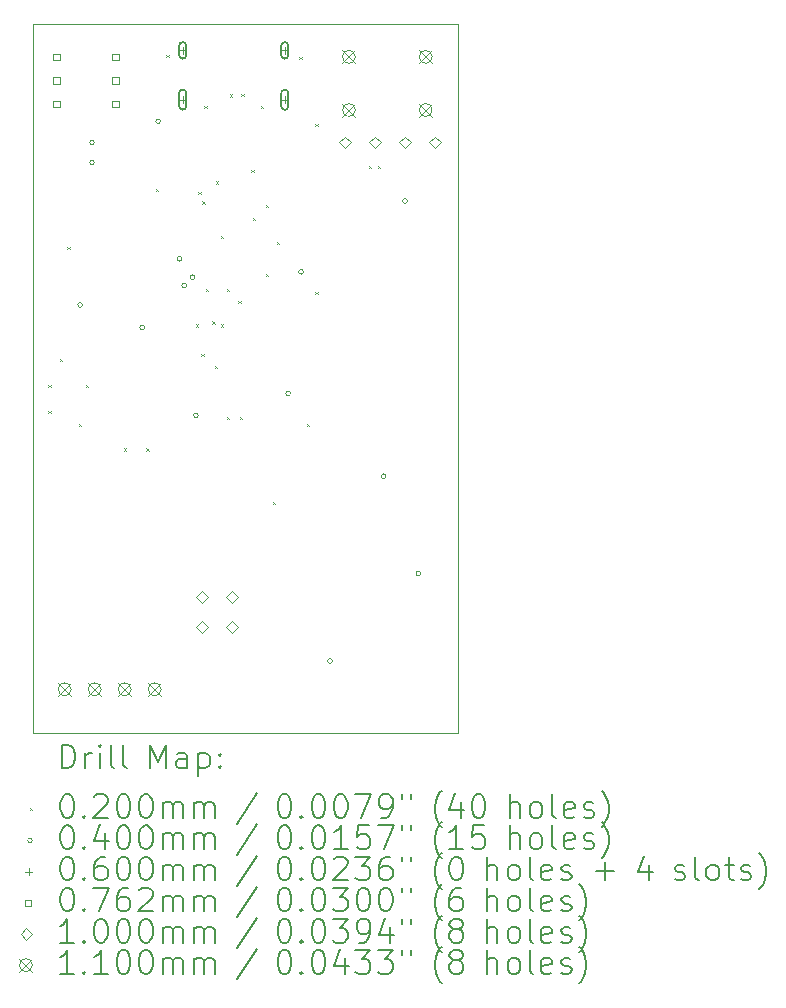
<source format=gbr>
%TF.GenerationSoftware,KiCad,Pcbnew,7.0.0*%
%TF.CreationDate,2023-02-28T23:08:13+01:00*%
%TF.ProjectId,Signal Generator,5369676e-616c-4204-9765-6e657261746f,0*%
%TF.SameCoordinates,Original*%
%TF.FileFunction,Drillmap*%
%TF.FilePolarity,Positive*%
%FSLAX45Y45*%
G04 Gerber Fmt 4.5, Leading zero omitted, Abs format (unit mm)*
G04 Created by KiCad (PCBNEW 7.0.0) date 2023-02-28 23:08:13*
%MOMM*%
%LPD*%
G01*
G04 APERTURE LIST*
%ADD10C,0.100000*%
%ADD11C,0.200000*%
%ADD12C,0.020000*%
%ADD13C,0.040000*%
%ADD14C,0.060000*%
%ADD15C,0.076200*%
%ADD16C,0.110000*%
G04 APERTURE END LIST*
D10*
X9000000Y-9750000D02*
X12600000Y-9750000D01*
X12600000Y-9750000D02*
X12600000Y-15750000D01*
X12600000Y-15750000D02*
X9000000Y-15750000D01*
X9000000Y-15750000D02*
X9000000Y-9750000D01*
D11*
D12*
X9130000Y-12800000D02*
X9150000Y-12820000D01*
X9150000Y-12800000D02*
X9130000Y-12820000D01*
X9130000Y-13020000D02*
X9150000Y-13040000D01*
X9150000Y-13020000D02*
X9130000Y-13040000D01*
X9230000Y-12580000D02*
X9250000Y-12600000D01*
X9250000Y-12580000D02*
X9230000Y-12600000D01*
X9292500Y-11632500D02*
X9312500Y-11652500D01*
X9312500Y-11632500D02*
X9292500Y-11652500D01*
X9390000Y-13132500D02*
X9410000Y-13152500D01*
X9410000Y-13132500D02*
X9390000Y-13152500D01*
X9450000Y-12800000D02*
X9470000Y-12820000D01*
X9470000Y-12800000D02*
X9450000Y-12820000D01*
X9770000Y-13340000D02*
X9790000Y-13360000D01*
X9790000Y-13340000D02*
X9770000Y-13360000D01*
X9960000Y-13340000D02*
X9980000Y-13360000D01*
X9980000Y-13340000D02*
X9960000Y-13360000D01*
X10040000Y-11140000D02*
X10060000Y-11160000D01*
X10060000Y-11140000D02*
X10040000Y-11160000D01*
X10130000Y-10010000D02*
X10150000Y-10030000D01*
X10150000Y-10010000D02*
X10130000Y-10030000D01*
X10380000Y-12290000D02*
X10400000Y-12310000D01*
X10400000Y-12290000D02*
X10380000Y-12310000D01*
X10400000Y-11170000D02*
X10420000Y-11190000D01*
X10420000Y-11170000D02*
X10400000Y-11190000D01*
X10425756Y-12540000D02*
X10445756Y-12560000D01*
X10445756Y-12540000D02*
X10425756Y-12560000D01*
X10432500Y-11247500D02*
X10452500Y-11267500D01*
X10452500Y-11247500D02*
X10432500Y-11267500D01*
X10450000Y-10440000D02*
X10470000Y-10460000D01*
X10470000Y-10440000D02*
X10450000Y-10460000D01*
X10464605Y-11989604D02*
X10484605Y-12009604D01*
X10484605Y-11989604D02*
X10464605Y-12009604D01*
X10520000Y-12265000D02*
X10540000Y-12285000D01*
X10540000Y-12265000D02*
X10520000Y-12285000D01*
X10540000Y-12640000D02*
X10560000Y-12660000D01*
X10560000Y-12640000D02*
X10540000Y-12660000D01*
X10550000Y-11080000D02*
X10570000Y-11100000D01*
X10570000Y-11080000D02*
X10550000Y-11100000D01*
X10590000Y-11540000D02*
X10610000Y-11560000D01*
X10610000Y-11540000D02*
X10590000Y-11560000D01*
X10590000Y-12290000D02*
X10610000Y-12310000D01*
X10610000Y-12290000D02*
X10590000Y-12310000D01*
X10640000Y-11990000D02*
X10660000Y-12010000D01*
X10660000Y-11990000D02*
X10640000Y-12010000D01*
X10640000Y-13070000D02*
X10660000Y-13090000D01*
X10660000Y-13070000D02*
X10640000Y-13090000D01*
X10665000Y-10342678D02*
X10685000Y-10362678D01*
X10685000Y-10342678D02*
X10665000Y-10362678D01*
X10740000Y-12090000D02*
X10760000Y-12110000D01*
X10760000Y-12090000D02*
X10740000Y-12110000D01*
X10750000Y-13070000D02*
X10770000Y-13090000D01*
X10770000Y-13070000D02*
X10750000Y-13090000D01*
X10765000Y-10340000D02*
X10785000Y-10360000D01*
X10785000Y-10340000D02*
X10765000Y-10360000D01*
X10850000Y-10980000D02*
X10870000Y-11000000D01*
X10870000Y-10980000D02*
X10850000Y-11000000D01*
X10860000Y-11390000D02*
X10880000Y-11410000D01*
X10880000Y-11390000D02*
X10860000Y-11410000D01*
X10930000Y-10440000D02*
X10950000Y-10460000D01*
X10950000Y-10440000D02*
X10930000Y-10460000D01*
X10970000Y-11280000D02*
X10990000Y-11300000D01*
X10990000Y-11280000D02*
X10970000Y-11300000D01*
X10970000Y-11860000D02*
X10990000Y-11880000D01*
X10990000Y-11860000D02*
X10970000Y-11880000D01*
X11030000Y-13790000D02*
X11050000Y-13810000D01*
X11050000Y-13790000D02*
X11030000Y-13810000D01*
X11065000Y-11590000D02*
X11085000Y-11610000D01*
X11085000Y-11590000D02*
X11065000Y-11610000D01*
X11255000Y-10025000D02*
X11275000Y-10045000D01*
X11275000Y-10025000D02*
X11255000Y-10045000D01*
X11317500Y-13132500D02*
X11337500Y-13152500D01*
X11337500Y-13132500D02*
X11317500Y-13152500D01*
X11390000Y-10590000D02*
X11410000Y-10610000D01*
X11410000Y-10590000D02*
X11390000Y-10610000D01*
X11390000Y-12015000D02*
X11410000Y-12035000D01*
X11410000Y-12015000D02*
X11390000Y-12035000D01*
X11845000Y-10945000D02*
X11865000Y-10965000D01*
X11865000Y-10945000D02*
X11845000Y-10965000D01*
X11920000Y-10945000D02*
X11940000Y-10965000D01*
X11940000Y-10945000D02*
X11920000Y-10965000D01*
D13*
X9420000Y-12125000D02*
G75*
G03*
X9420000Y-12125000I-20000J0D01*
G01*
X9520000Y-10750000D02*
G75*
G03*
X9520000Y-10750000I-20000J0D01*
G01*
X9520000Y-10920000D02*
G75*
G03*
X9520000Y-10920000I-20000J0D01*
G01*
X9945000Y-12315000D02*
G75*
G03*
X9945000Y-12315000I-20000J0D01*
G01*
X10080000Y-10570000D02*
G75*
G03*
X10080000Y-10570000I-20000J0D01*
G01*
X10260000Y-11735000D02*
G75*
G03*
X10260000Y-11735000I-20000J0D01*
G01*
X10300000Y-11960000D02*
G75*
G03*
X10300000Y-11960000I-20000J0D01*
G01*
X10370000Y-11890000D02*
G75*
G03*
X10370000Y-11890000I-20000J0D01*
G01*
X10400000Y-13060000D02*
G75*
G03*
X10400000Y-13060000I-20000J0D01*
G01*
X11180000Y-12875000D02*
G75*
G03*
X11180000Y-12875000I-20000J0D01*
G01*
X11290000Y-11845000D02*
G75*
G03*
X11290000Y-11845000I-20000J0D01*
G01*
X11533750Y-15140000D02*
G75*
G03*
X11533750Y-15140000I-20000J0D01*
G01*
X11990000Y-13575000D02*
G75*
G03*
X11990000Y-13575000I-20000J0D01*
G01*
X12170000Y-11245000D02*
G75*
G03*
X12170000Y-11245000I-20000J0D01*
G01*
X12283750Y-14400000D02*
G75*
G03*
X12283750Y-14400000I-20000J0D01*
G01*
D14*
X10268000Y-9940000D02*
X10268000Y-10000000D01*
X10238000Y-9970000D02*
X10298000Y-9970000D01*
D11*
X10298000Y-10010000D02*
X10298000Y-9930000D01*
X10298000Y-9930000D02*
G75*
G03*
X10238000Y-9930000I-30000J0D01*
G01*
X10238000Y-9930000D02*
X10238000Y-10010000D01*
X10238000Y-10010000D02*
G75*
G03*
X10298000Y-10010000I30000J0D01*
G01*
D14*
X10268000Y-10358000D02*
X10268000Y-10418000D01*
X10238000Y-10388000D02*
X10298000Y-10388000D01*
D11*
X10298000Y-10443000D02*
X10298000Y-10333000D01*
X10298000Y-10333000D02*
G75*
G03*
X10238000Y-10333000I-30000J0D01*
G01*
X10238000Y-10333000D02*
X10238000Y-10443000D01*
X10238000Y-10443000D02*
G75*
G03*
X10298000Y-10443000I30000J0D01*
G01*
D14*
X11132000Y-9940000D02*
X11132000Y-10000000D01*
X11102000Y-9970000D02*
X11162000Y-9970000D01*
D11*
X11162000Y-10010000D02*
X11162000Y-9930000D01*
X11162000Y-9930000D02*
G75*
G03*
X11102000Y-9930000I-30000J0D01*
G01*
X11102000Y-9930000D02*
X11102000Y-10010000D01*
X11102000Y-10010000D02*
G75*
G03*
X11162000Y-10010000I30000J0D01*
G01*
D14*
X11132000Y-10358000D02*
X11132000Y-10418000D01*
X11102000Y-10388000D02*
X11162000Y-10388000D01*
D11*
X11162000Y-10443000D02*
X11162000Y-10333000D01*
X11162000Y-10333000D02*
G75*
G03*
X11102000Y-10333000I-30000J0D01*
G01*
X11102000Y-10333000D02*
X11102000Y-10443000D01*
X11102000Y-10443000D02*
G75*
G03*
X11162000Y-10443000I30000J0D01*
G01*
D15*
X9226941Y-10051941D02*
X9226941Y-9998059D01*
X9173059Y-9998059D01*
X9173059Y-10051941D01*
X9226941Y-10051941D01*
X9226941Y-10251941D02*
X9226941Y-10198059D01*
X9173059Y-10198059D01*
X9173059Y-10251941D01*
X9226941Y-10251941D01*
X9226941Y-10451941D02*
X9226941Y-10398059D01*
X9173059Y-10398059D01*
X9173059Y-10451941D01*
X9226941Y-10451941D01*
X9726941Y-10051941D02*
X9726941Y-9998059D01*
X9673059Y-9998059D01*
X9673059Y-10051941D01*
X9726941Y-10051941D01*
X9726941Y-10251941D02*
X9726941Y-10198059D01*
X9673059Y-10198059D01*
X9673059Y-10251941D01*
X9726941Y-10251941D01*
X9726941Y-10451941D02*
X9726941Y-10398059D01*
X9673059Y-10398059D01*
X9673059Y-10451941D01*
X9726941Y-10451941D01*
D10*
X10430000Y-14646000D02*
X10480000Y-14596000D01*
X10430000Y-14546000D01*
X10380000Y-14596000D01*
X10430000Y-14646000D01*
X10430000Y-14900000D02*
X10480000Y-14850000D01*
X10430000Y-14800000D01*
X10380000Y-14850000D01*
X10430000Y-14900000D01*
X10684000Y-14646000D02*
X10734000Y-14596000D01*
X10684000Y-14546000D01*
X10634000Y-14596000D01*
X10684000Y-14646000D01*
X10684000Y-14900000D02*
X10734000Y-14850000D01*
X10684000Y-14800000D01*
X10634000Y-14850000D01*
X10684000Y-14900000D01*
X11642000Y-10800000D02*
X11692000Y-10750000D01*
X11642000Y-10700000D01*
X11592000Y-10750000D01*
X11642000Y-10800000D01*
X11896000Y-10800000D02*
X11946000Y-10750000D01*
X11896000Y-10700000D01*
X11846000Y-10750000D01*
X11896000Y-10800000D01*
X12150000Y-10800000D02*
X12200000Y-10750000D01*
X12150000Y-10700000D01*
X12100000Y-10750000D01*
X12150000Y-10800000D01*
X12404000Y-10800000D02*
X12454000Y-10750000D01*
X12404000Y-10700000D01*
X12354000Y-10750000D01*
X12404000Y-10800000D01*
D16*
X9213500Y-15325000D02*
X9323500Y-15435000D01*
X9323500Y-15325000D02*
X9213500Y-15435000D01*
X9323500Y-15380000D02*
G75*
G03*
X9323500Y-15380000I-55000J0D01*
G01*
X9467500Y-15325000D02*
X9577500Y-15435000D01*
X9577500Y-15325000D02*
X9467500Y-15435000D01*
X9577500Y-15380000D02*
G75*
G03*
X9577500Y-15380000I-55000J0D01*
G01*
X9721500Y-15325000D02*
X9831500Y-15435000D01*
X9831500Y-15325000D02*
X9721500Y-15435000D01*
X9831500Y-15380000D02*
G75*
G03*
X9831500Y-15380000I-55000J0D01*
G01*
X9975500Y-15325000D02*
X10085500Y-15435000D01*
X10085500Y-15325000D02*
X9975500Y-15435000D01*
X10085500Y-15380000D02*
G75*
G03*
X10085500Y-15380000I-55000J0D01*
G01*
X11620000Y-9970000D02*
X11730000Y-10080000D01*
X11730000Y-9970000D02*
X11620000Y-10080000D01*
X11730000Y-10025000D02*
G75*
G03*
X11730000Y-10025000I-55000J0D01*
G01*
X11620000Y-10420000D02*
X11730000Y-10530000D01*
X11730000Y-10420000D02*
X11620000Y-10530000D01*
X11730000Y-10475000D02*
G75*
G03*
X11730000Y-10475000I-55000J0D01*
G01*
X12270000Y-9970000D02*
X12380000Y-10080000D01*
X12380000Y-9970000D02*
X12270000Y-10080000D01*
X12380000Y-10025000D02*
G75*
G03*
X12380000Y-10025000I-55000J0D01*
G01*
X12270000Y-10420000D02*
X12380000Y-10530000D01*
X12380000Y-10420000D02*
X12270000Y-10530000D01*
X12380000Y-10475000D02*
G75*
G03*
X12380000Y-10475000I-55000J0D01*
G01*
D11*
X9242619Y-16048476D02*
X9242619Y-15848476D01*
X9242619Y-15848476D02*
X9290238Y-15848476D01*
X9290238Y-15848476D02*
X9318810Y-15858000D01*
X9318810Y-15858000D02*
X9337857Y-15877048D01*
X9337857Y-15877048D02*
X9347381Y-15896095D01*
X9347381Y-15896095D02*
X9356905Y-15934190D01*
X9356905Y-15934190D02*
X9356905Y-15962762D01*
X9356905Y-15962762D02*
X9347381Y-16000857D01*
X9347381Y-16000857D02*
X9337857Y-16019905D01*
X9337857Y-16019905D02*
X9318810Y-16038952D01*
X9318810Y-16038952D02*
X9290238Y-16048476D01*
X9290238Y-16048476D02*
X9242619Y-16048476D01*
X9442619Y-16048476D02*
X9442619Y-15915143D01*
X9442619Y-15953238D02*
X9452143Y-15934190D01*
X9452143Y-15934190D02*
X9461667Y-15924667D01*
X9461667Y-15924667D02*
X9480714Y-15915143D01*
X9480714Y-15915143D02*
X9499762Y-15915143D01*
X9566429Y-16048476D02*
X9566429Y-15915143D01*
X9566429Y-15848476D02*
X9556905Y-15858000D01*
X9556905Y-15858000D02*
X9566429Y-15867524D01*
X9566429Y-15867524D02*
X9575952Y-15858000D01*
X9575952Y-15858000D02*
X9566429Y-15848476D01*
X9566429Y-15848476D02*
X9566429Y-15867524D01*
X9690238Y-16048476D02*
X9671190Y-16038952D01*
X9671190Y-16038952D02*
X9661667Y-16019905D01*
X9661667Y-16019905D02*
X9661667Y-15848476D01*
X9795000Y-16048476D02*
X9775952Y-16038952D01*
X9775952Y-16038952D02*
X9766429Y-16019905D01*
X9766429Y-16019905D02*
X9766429Y-15848476D01*
X9991190Y-16048476D02*
X9991190Y-15848476D01*
X9991190Y-15848476D02*
X10057857Y-15991333D01*
X10057857Y-15991333D02*
X10124524Y-15848476D01*
X10124524Y-15848476D02*
X10124524Y-16048476D01*
X10305476Y-16048476D02*
X10305476Y-15943714D01*
X10305476Y-15943714D02*
X10295952Y-15924667D01*
X10295952Y-15924667D02*
X10276905Y-15915143D01*
X10276905Y-15915143D02*
X10238809Y-15915143D01*
X10238809Y-15915143D02*
X10219762Y-15924667D01*
X10305476Y-16038952D02*
X10286429Y-16048476D01*
X10286429Y-16048476D02*
X10238809Y-16048476D01*
X10238809Y-16048476D02*
X10219762Y-16038952D01*
X10219762Y-16038952D02*
X10210238Y-16019905D01*
X10210238Y-16019905D02*
X10210238Y-16000857D01*
X10210238Y-16000857D02*
X10219762Y-15981809D01*
X10219762Y-15981809D02*
X10238809Y-15972286D01*
X10238809Y-15972286D02*
X10286429Y-15972286D01*
X10286429Y-15972286D02*
X10305476Y-15962762D01*
X10400714Y-15915143D02*
X10400714Y-16115143D01*
X10400714Y-15924667D02*
X10419762Y-15915143D01*
X10419762Y-15915143D02*
X10457857Y-15915143D01*
X10457857Y-15915143D02*
X10476905Y-15924667D01*
X10476905Y-15924667D02*
X10486429Y-15934190D01*
X10486429Y-15934190D02*
X10495952Y-15953238D01*
X10495952Y-15953238D02*
X10495952Y-16010381D01*
X10495952Y-16010381D02*
X10486429Y-16029428D01*
X10486429Y-16029428D02*
X10476905Y-16038952D01*
X10476905Y-16038952D02*
X10457857Y-16048476D01*
X10457857Y-16048476D02*
X10419762Y-16048476D01*
X10419762Y-16048476D02*
X10400714Y-16038952D01*
X10581667Y-16029428D02*
X10591190Y-16038952D01*
X10591190Y-16038952D02*
X10581667Y-16048476D01*
X10581667Y-16048476D02*
X10572143Y-16038952D01*
X10572143Y-16038952D02*
X10581667Y-16029428D01*
X10581667Y-16029428D02*
X10581667Y-16048476D01*
X10581667Y-15924667D02*
X10591190Y-15934190D01*
X10591190Y-15934190D02*
X10581667Y-15943714D01*
X10581667Y-15943714D02*
X10572143Y-15934190D01*
X10572143Y-15934190D02*
X10581667Y-15924667D01*
X10581667Y-15924667D02*
X10581667Y-15943714D01*
D12*
X8975000Y-16385000D02*
X8995000Y-16405000D01*
X8995000Y-16385000D02*
X8975000Y-16405000D01*
D11*
X9280714Y-16268476D02*
X9299762Y-16268476D01*
X9299762Y-16268476D02*
X9318810Y-16278000D01*
X9318810Y-16278000D02*
X9328333Y-16287524D01*
X9328333Y-16287524D02*
X9337857Y-16306571D01*
X9337857Y-16306571D02*
X9347381Y-16344667D01*
X9347381Y-16344667D02*
X9347381Y-16392286D01*
X9347381Y-16392286D02*
X9337857Y-16430381D01*
X9337857Y-16430381D02*
X9328333Y-16449428D01*
X9328333Y-16449428D02*
X9318810Y-16458952D01*
X9318810Y-16458952D02*
X9299762Y-16468476D01*
X9299762Y-16468476D02*
X9280714Y-16468476D01*
X9280714Y-16468476D02*
X9261667Y-16458952D01*
X9261667Y-16458952D02*
X9252143Y-16449428D01*
X9252143Y-16449428D02*
X9242619Y-16430381D01*
X9242619Y-16430381D02*
X9233095Y-16392286D01*
X9233095Y-16392286D02*
X9233095Y-16344667D01*
X9233095Y-16344667D02*
X9242619Y-16306571D01*
X9242619Y-16306571D02*
X9252143Y-16287524D01*
X9252143Y-16287524D02*
X9261667Y-16278000D01*
X9261667Y-16278000D02*
X9280714Y-16268476D01*
X9433095Y-16449428D02*
X9442619Y-16458952D01*
X9442619Y-16458952D02*
X9433095Y-16468476D01*
X9433095Y-16468476D02*
X9423571Y-16458952D01*
X9423571Y-16458952D02*
X9433095Y-16449428D01*
X9433095Y-16449428D02*
X9433095Y-16468476D01*
X9518810Y-16287524D02*
X9528333Y-16278000D01*
X9528333Y-16278000D02*
X9547381Y-16268476D01*
X9547381Y-16268476D02*
X9595000Y-16268476D01*
X9595000Y-16268476D02*
X9614048Y-16278000D01*
X9614048Y-16278000D02*
X9623571Y-16287524D01*
X9623571Y-16287524D02*
X9633095Y-16306571D01*
X9633095Y-16306571D02*
X9633095Y-16325619D01*
X9633095Y-16325619D02*
X9623571Y-16354190D01*
X9623571Y-16354190D02*
X9509286Y-16468476D01*
X9509286Y-16468476D02*
X9633095Y-16468476D01*
X9756905Y-16268476D02*
X9775952Y-16268476D01*
X9775952Y-16268476D02*
X9795000Y-16278000D01*
X9795000Y-16278000D02*
X9804524Y-16287524D01*
X9804524Y-16287524D02*
X9814048Y-16306571D01*
X9814048Y-16306571D02*
X9823571Y-16344667D01*
X9823571Y-16344667D02*
X9823571Y-16392286D01*
X9823571Y-16392286D02*
X9814048Y-16430381D01*
X9814048Y-16430381D02*
X9804524Y-16449428D01*
X9804524Y-16449428D02*
X9795000Y-16458952D01*
X9795000Y-16458952D02*
X9775952Y-16468476D01*
X9775952Y-16468476D02*
X9756905Y-16468476D01*
X9756905Y-16468476D02*
X9737857Y-16458952D01*
X9737857Y-16458952D02*
X9728333Y-16449428D01*
X9728333Y-16449428D02*
X9718810Y-16430381D01*
X9718810Y-16430381D02*
X9709286Y-16392286D01*
X9709286Y-16392286D02*
X9709286Y-16344667D01*
X9709286Y-16344667D02*
X9718810Y-16306571D01*
X9718810Y-16306571D02*
X9728333Y-16287524D01*
X9728333Y-16287524D02*
X9737857Y-16278000D01*
X9737857Y-16278000D02*
X9756905Y-16268476D01*
X9947381Y-16268476D02*
X9966429Y-16268476D01*
X9966429Y-16268476D02*
X9985476Y-16278000D01*
X9985476Y-16278000D02*
X9995000Y-16287524D01*
X9995000Y-16287524D02*
X10004524Y-16306571D01*
X10004524Y-16306571D02*
X10014048Y-16344667D01*
X10014048Y-16344667D02*
X10014048Y-16392286D01*
X10014048Y-16392286D02*
X10004524Y-16430381D01*
X10004524Y-16430381D02*
X9995000Y-16449428D01*
X9995000Y-16449428D02*
X9985476Y-16458952D01*
X9985476Y-16458952D02*
X9966429Y-16468476D01*
X9966429Y-16468476D02*
X9947381Y-16468476D01*
X9947381Y-16468476D02*
X9928333Y-16458952D01*
X9928333Y-16458952D02*
X9918810Y-16449428D01*
X9918810Y-16449428D02*
X9909286Y-16430381D01*
X9909286Y-16430381D02*
X9899762Y-16392286D01*
X9899762Y-16392286D02*
X9899762Y-16344667D01*
X9899762Y-16344667D02*
X9909286Y-16306571D01*
X9909286Y-16306571D02*
X9918810Y-16287524D01*
X9918810Y-16287524D02*
X9928333Y-16278000D01*
X9928333Y-16278000D02*
X9947381Y-16268476D01*
X10099762Y-16468476D02*
X10099762Y-16335143D01*
X10099762Y-16354190D02*
X10109286Y-16344667D01*
X10109286Y-16344667D02*
X10128333Y-16335143D01*
X10128333Y-16335143D02*
X10156905Y-16335143D01*
X10156905Y-16335143D02*
X10175952Y-16344667D01*
X10175952Y-16344667D02*
X10185476Y-16363714D01*
X10185476Y-16363714D02*
X10185476Y-16468476D01*
X10185476Y-16363714D02*
X10195000Y-16344667D01*
X10195000Y-16344667D02*
X10214048Y-16335143D01*
X10214048Y-16335143D02*
X10242619Y-16335143D01*
X10242619Y-16335143D02*
X10261667Y-16344667D01*
X10261667Y-16344667D02*
X10271191Y-16363714D01*
X10271191Y-16363714D02*
X10271191Y-16468476D01*
X10366429Y-16468476D02*
X10366429Y-16335143D01*
X10366429Y-16354190D02*
X10375952Y-16344667D01*
X10375952Y-16344667D02*
X10395000Y-16335143D01*
X10395000Y-16335143D02*
X10423572Y-16335143D01*
X10423572Y-16335143D02*
X10442619Y-16344667D01*
X10442619Y-16344667D02*
X10452143Y-16363714D01*
X10452143Y-16363714D02*
X10452143Y-16468476D01*
X10452143Y-16363714D02*
X10461667Y-16344667D01*
X10461667Y-16344667D02*
X10480714Y-16335143D01*
X10480714Y-16335143D02*
X10509286Y-16335143D01*
X10509286Y-16335143D02*
X10528333Y-16344667D01*
X10528333Y-16344667D02*
X10537857Y-16363714D01*
X10537857Y-16363714D02*
X10537857Y-16468476D01*
X10895952Y-16258952D02*
X10724524Y-16516095D01*
X11120714Y-16268476D02*
X11139762Y-16268476D01*
X11139762Y-16268476D02*
X11158810Y-16278000D01*
X11158810Y-16278000D02*
X11168333Y-16287524D01*
X11168333Y-16287524D02*
X11177857Y-16306571D01*
X11177857Y-16306571D02*
X11187381Y-16344667D01*
X11187381Y-16344667D02*
X11187381Y-16392286D01*
X11187381Y-16392286D02*
X11177857Y-16430381D01*
X11177857Y-16430381D02*
X11168333Y-16449428D01*
X11168333Y-16449428D02*
X11158810Y-16458952D01*
X11158810Y-16458952D02*
X11139762Y-16468476D01*
X11139762Y-16468476D02*
X11120714Y-16468476D01*
X11120714Y-16468476D02*
X11101667Y-16458952D01*
X11101667Y-16458952D02*
X11092143Y-16449428D01*
X11092143Y-16449428D02*
X11082619Y-16430381D01*
X11082619Y-16430381D02*
X11073095Y-16392286D01*
X11073095Y-16392286D02*
X11073095Y-16344667D01*
X11073095Y-16344667D02*
X11082619Y-16306571D01*
X11082619Y-16306571D02*
X11092143Y-16287524D01*
X11092143Y-16287524D02*
X11101667Y-16278000D01*
X11101667Y-16278000D02*
X11120714Y-16268476D01*
X11273095Y-16449428D02*
X11282619Y-16458952D01*
X11282619Y-16458952D02*
X11273095Y-16468476D01*
X11273095Y-16468476D02*
X11263571Y-16458952D01*
X11263571Y-16458952D02*
X11273095Y-16449428D01*
X11273095Y-16449428D02*
X11273095Y-16468476D01*
X11406429Y-16268476D02*
X11425476Y-16268476D01*
X11425476Y-16268476D02*
X11444524Y-16278000D01*
X11444524Y-16278000D02*
X11454048Y-16287524D01*
X11454048Y-16287524D02*
X11463571Y-16306571D01*
X11463571Y-16306571D02*
X11473095Y-16344667D01*
X11473095Y-16344667D02*
X11473095Y-16392286D01*
X11473095Y-16392286D02*
X11463571Y-16430381D01*
X11463571Y-16430381D02*
X11454048Y-16449428D01*
X11454048Y-16449428D02*
X11444524Y-16458952D01*
X11444524Y-16458952D02*
X11425476Y-16468476D01*
X11425476Y-16468476D02*
X11406429Y-16468476D01*
X11406429Y-16468476D02*
X11387381Y-16458952D01*
X11387381Y-16458952D02*
X11377857Y-16449428D01*
X11377857Y-16449428D02*
X11368333Y-16430381D01*
X11368333Y-16430381D02*
X11358810Y-16392286D01*
X11358810Y-16392286D02*
X11358810Y-16344667D01*
X11358810Y-16344667D02*
X11368333Y-16306571D01*
X11368333Y-16306571D02*
X11377857Y-16287524D01*
X11377857Y-16287524D02*
X11387381Y-16278000D01*
X11387381Y-16278000D02*
X11406429Y-16268476D01*
X11596905Y-16268476D02*
X11615952Y-16268476D01*
X11615952Y-16268476D02*
X11635000Y-16278000D01*
X11635000Y-16278000D02*
X11644524Y-16287524D01*
X11644524Y-16287524D02*
X11654048Y-16306571D01*
X11654048Y-16306571D02*
X11663571Y-16344667D01*
X11663571Y-16344667D02*
X11663571Y-16392286D01*
X11663571Y-16392286D02*
X11654048Y-16430381D01*
X11654048Y-16430381D02*
X11644524Y-16449428D01*
X11644524Y-16449428D02*
X11635000Y-16458952D01*
X11635000Y-16458952D02*
X11615952Y-16468476D01*
X11615952Y-16468476D02*
X11596905Y-16468476D01*
X11596905Y-16468476D02*
X11577857Y-16458952D01*
X11577857Y-16458952D02*
X11568333Y-16449428D01*
X11568333Y-16449428D02*
X11558810Y-16430381D01*
X11558810Y-16430381D02*
X11549286Y-16392286D01*
X11549286Y-16392286D02*
X11549286Y-16344667D01*
X11549286Y-16344667D02*
X11558810Y-16306571D01*
X11558810Y-16306571D02*
X11568333Y-16287524D01*
X11568333Y-16287524D02*
X11577857Y-16278000D01*
X11577857Y-16278000D02*
X11596905Y-16268476D01*
X11730238Y-16268476D02*
X11863571Y-16268476D01*
X11863571Y-16268476D02*
X11777857Y-16468476D01*
X11949286Y-16468476D02*
X11987381Y-16468476D01*
X11987381Y-16468476D02*
X12006429Y-16458952D01*
X12006429Y-16458952D02*
X12015952Y-16449428D01*
X12015952Y-16449428D02*
X12035000Y-16420857D01*
X12035000Y-16420857D02*
X12044524Y-16382762D01*
X12044524Y-16382762D02*
X12044524Y-16306571D01*
X12044524Y-16306571D02*
X12035000Y-16287524D01*
X12035000Y-16287524D02*
X12025476Y-16278000D01*
X12025476Y-16278000D02*
X12006429Y-16268476D01*
X12006429Y-16268476D02*
X11968333Y-16268476D01*
X11968333Y-16268476D02*
X11949286Y-16278000D01*
X11949286Y-16278000D02*
X11939762Y-16287524D01*
X11939762Y-16287524D02*
X11930238Y-16306571D01*
X11930238Y-16306571D02*
X11930238Y-16354190D01*
X11930238Y-16354190D02*
X11939762Y-16373238D01*
X11939762Y-16373238D02*
X11949286Y-16382762D01*
X11949286Y-16382762D02*
X11968333Y-16392286D01*
X11968333Y-16392286D02*
X12006429Y-16392286D01*
X12006429Y-16392286D02*
X12025476Y-16382762D01*
X12025476Y-16382762D02*
X12035000Y-16373238D01*
X12035000Y-16373238D02*
X12044524Y-16354190D01*
X12120714Y-16268476D02*
X12120714Y-16306571D01*
X12196905Y-16268476D02*
X12196905Y-16306571D01*
X12459762Y-16544667D02*
X12450238Y-16535143D01*
X12450238Y-16535143D02*
X12431191Y-16506571D01*
X12431191Y-16506571D02*
X12421667Y-16487524D01*
X12421667Y-16487524D02*
X12412143Y-16458952D01*
X12412143Y-16458952D02*
X12402619Y-16411333D01*
X12402619Y-16411333D02*
X12402619Y-16373238D01*
X12402619Y-16373238D02*
X12412143Y-16325619D01*
X12412143Y-16325619D02*
X12421667Y-16297048D01*
X12421667Y-16297048D02*
X12431191Y-16278000D01*
X12431191Y-16278000D02*
X12450238Y-16249428D01*
X12450238Y-16249428D02*
X12459762Y-16239905D01*
X12621667Y-16335143D02*
X12621667Y-16468476D01*
X12574048Y-16258952D02*
X12526429Y-16401809D01*
X12526429Y-16401809D02*
X12650238Y-16401809D01*
X12764524Y-16268476D02*
X12783572Y-16268476D01*
X12783572Y-16268476D02*
X12802619Y-16278000D01*
X12802619Y-16278000D02*
X12812143Y-16287524D01*
X12812143Y-16287524D02*
X12821667Y-16306571D01*
X12821667Y-16306571D02*
X12831191Y-16344667D01*
X12831191Y-16344667D02*
X12831191Y-16392286D01*
X12831191Y-16392286D02*
X12821667Y-16430381D01*
X12821667Y-16430381D02*
X12812143Y-16449428D01*
X12812143Y-16449428D02*
X12802619Y-16458952D01*
X12802619Y-16458952D02*
X12783572Y-16468476D01*
X12783572Y-16468476D02*
X12764524Y-16468476D01*
X12764524Y-16468476D02*
X12745476Y-16458952D01*
X12745476Y-16458952D02*
X12735952Y-16449428D01*
X12735952Y-16449428D02*
X12726429Y-16430381D01*
X12726429Y-16430381D02*
X12716905Y-16392286D01*
X12716905Y-16392286D02*
X12716905Y-16344667D01*
X12716905Y-16344667D02*
X12726429Y-16306571D01*
X12726429Y-16306571D02*
X12735952Y-16287524D01*
X12735952Y-16287524D02*
X12745476Y-16278000D01*
X12745476Y-16278000D02*
X12764524Y-16268476D01*
X13036905Y-16468476D02*
X13036905Y-16268476D01*
X13122619Y-16468476D02*
X13122619Y-16363714D01*
X13122619Y-16363714D02*
X13113095Y-16344667D01*
X13113095Y-16344667D02*
X13094048Y-16335143D01*
X13094048Y-16335143D02*
X13065476Y-16335143D01*
X13065476Y-16335143D02*
X13046429Y-16344667D01*
X13046429Y-16344667D02*
X13036905Y-16354190D01*
X13246429Y-16468476D02*
X13227381Y-16458952D01*
X13227381Y-16458952D02*
X13217857Y-16449428D01*
X13217857Y-16449428D02*
X13208333Y-16430381D01*
X13208333Y-16430381D02*
X13208333Y-16373238D01*
X13208333Y-16373238D02*
X13217857Y-16354190D01*
X13217857Y-16354190D02*
X13227381Y-16344667D01*
X13227381Y-16344667D02*
X13246429Y-16335143D01*
X13246429Y-16335143D02*
X13275000Y-16335143D01*
X13275000Y-16335143D02*
X13294048Y-16344667D01*
X13294048Y-16344667D02*
X13303572Y-16354190D01*
X13303572Y-16354190D02*
X13313095Y-16373238D01*
X13313095Y-16373238D02*
X13313095Y-16430381D01*
X13313095Y-16430381D02*
X13303572Y-16449428D01*
X13303572Y-16449428D02*
X13294048Y-16458952D01*
X13294048Y-16458952D02*
X13275000Y-16468476D01*
X13275000Y-16468476D02*
X13246429Y-16468476D01*
X13427381Y-16468476D02*
X13408333Y-16458952D01*
X13408333Y-16458952D02*
X13398810Y-16439905D01*
X13398810Y-16439905D02*
X13398810Y-16268476D01*
X13579762Y-16458952D02*
X13560714Y-16468476D01*
X13560714Y-16468476D02*
X13522619Y-16468476D01*
X13522619Y-16468476D02*
X13503572Y-16458952D01*
X13503572Y-16458952D02*
X13494048Y-16439905D01*
X13494048Y-16439905D02*
X13494048Y-16363714D01*
X13494048Y-16363714D02*
X13503572Y-16344667D01*
X13503572Y-16344667D02*
X13522619Y-16335143D01*
X13522619Y-16335143D02*
X13560714Y-16335143D01*
X13560714Y-16335143D02*
X13579762Y-16344667D01*
X13579762Y-16344667D02*
X13589286Y-16363714D01*
X13589286Y-16363714D02*
X13589286Y-16382762D01*
X13589286Y-16382762D02*
X13494048Y-16401809D01*
X13665476Y-16458952D02*
X13684524Y-16468476D01*
X13684524Y-16468476D02*
X13722619Y-16468476D01*
X13722619Y-16468476D02*
X13741667Y-16458952D01*
X13741667Y-16458952D02*
X13751191Y-16439905D01*
X13751191Y-16439905D02*
X13751191Y-16430381D01*
X13751191Y-16430381D02*
X13741667Y-16411333D01*
X13741667Y-16411333D02*
X13722619Y-16401809D01*
X13722619Y-16401809D02*
X13694048Y-16401809D01*
X13694048Y-16401809D02*
X13675000Y-16392286D01*
X13675000Y-16392286D02*
X13665476Y-16373238D01*
X13665476Y-16373238D02*
X13665476Y-16363714D01*
X13665476Y-16363714D02*
X13675000Y-16344667D01*
X13675000Y-16344667D02*
X13694048Y-16335143D01*
X13694048Y-16335143D02*
X13722619Y-16335143D01*
X13722619Y-16335143D02*
X13741667Y-16344667D01*
X13817857Y-16544667D02*
X13827381Y-16535143D01*
X13827381Y-16535143D02*
X13846429Y-16506571D01*
X13846429Y-16506571D02*
X13855953Y-16487524D01*
X13855953Y-16487524D02*
X13865476Y-16458952D01*
X13865476Y-16458952D02*
X13875000Y-16411333D01*
X13875000Y-16411333D02*
X13875000Y-16373238D01*
X13875000Y-16373238D02*
X13865476Y-16325619D01*
X13865476Y-16325619D02*
X13855953Y-16297048D01*
X13855953Y-16297048D02*
X13846429Y-16278000D01*
X13846429Y-16278000D02*
X13827381Y-16249428D01*
X13827381Y-16249428D02*
X13817857Y-16239905D01*
D13*
X8995000Y-16659000D02*
G75*
G03*
X8995000Y-16659000I-20000J0D01*
G01*
D11*
X9280714Y-16532476D02*
X9299762Y-16532476D01*
X9299762Y-16532476D02*
X9318810Y-16542000D01*
X9318810Y-16542000D02*
X9328333Y-16551524D01*
X9328333Y-16551524D02*
X9337857Y-16570571D01*
X9337857Y-16570571D02*
X9347381Y-16608667D01*
X9347381Y-16608667D02*
X9347381Y-16656286D01*
X9347381Y-16656286D02*
X9337857Y-16694381D01*
X9337857Y-16694381D02*
X9328333Y-16713428D01*
X9328333Y-16713428D02*
X9318810Y-16722952D01*
X9318810Y-16722952D02*
X9299762Y-16732476D01*
X9299762Y-16732476D02*
X9280714Y-16732476D01*
X9280714Y-16732476D02*
X9261667Y-16722952D01*
X9261667Y-16722952D02*
X9252143Y-16713428D01*
X9252143Y-16713428D02*
X9242619Y-16694381D01*
X9242619Y-16694381D02*
X9233095Y-16656286D01*
X9233095Y-16656286D02*
X9233095Y-16608667D01*
X9233095Y-16608667D02*
X9242619Y-16570571D01*
X9242619Y-16570571D02*
X9252143Y-16551524D01*
X9252143Y-16551524D02*
X9261667Y-16542000D01*
X9261667Y-16542000D02*
X9280714Y-16532476D01*
X9433095Y-16713428D02*
X9442619Y-16722952D01*
X9442619Y-16722952D02*
X9433095Y-16732476D01*
X9433095Y-16732476D02*
X9423571Y-16722952D01*
X9423571Y-16722952D02*
X9433095Y-16713428D01*
X9433095Y-16713428D02*
X9433095Y-16732476D01*
X9614048Y-16599143D02*
X9614048Y-16732476D01*
X9566429Y-16522952D02*
X9518810Y-16665809D01*
X9518810Y-16665809D02*
X9642619Y-16665809D01*
X9756905Y-16532476D02*
X9775952Y-16532476D01*
X9775952Y-16532476D02*
X9795000Y-16542000D01*
X9795000Y-16542000D02*
X9804524Y-16551524D01*
X9804524Y-16551524D02*
X9814048Y-16570571D01*
X9814048Y-16570571D02*
X9823571Y-16608667D01*
X9823571Y-16608667D02*
X9823571Y-16656286D01*
X9823571Y-16656286D02*
X9814048Y-16694381D01*
X9814048Y-16694381D02*
X9804524Y-16713428D01*
X9804524Y-16713428D02*
X9795000Y-16722952D01*
X9795000Y-16722952D02*
X9775952Y-16732476D01*
X9775952Y-16732476D02*
X9756905Y-16732476D01*
X9756905Y-16732476D02*
X9737857Y-16722952D01*
X9737857Y-16722952D02*
X9728333Y-16713428D01*
X9728333Y-16713428D02*
X9718810Y-16694381D01*
X9718810Y-16694381D02*
X9709286Y-16656286D01*
X9709286Y-16656286D02*
X9709286Y-16608667D01*
X9709286Y-16608667D02*
X9718810Y-16570571D01*
X9718810Y-16570571D02*
X9728333Y-16551524D01*
X9728333Y-16551524D02*
X9737857Y-16542000D01*
X9737857Y-16542000D02*
X9756905Y-16532476D01*
X9947381Y-16532476D02*
X9966429Y-16532476D01*
X9966429Y-16532476D02*
X9985476Y-16542000D01*
X9985476Y-16542000D02*
X9995000Y-16551524D01*
X9995000Y-16551524D02*
X10004524Y-16570571D01*
X10004524Y-16570571D02*
X10014048Y-16608667D01*
X10014048Y-16608667D02*
X10014048Y-16656286D01*
X10014048Y-16656286D02*
X10004524Y-16694381D01*
X10004524Y-16694381D02*
X9995000Y-16713428D01*
X9995000Y-16713428D02*
X9985476Y-16722952D01*
X9985476Y-16722952D02*
X9966429Y-16732476D01*
X9966429Y-16732476D02*
X9947381Y-16732476D01*
X9947381Y-16732476D02*
X9928333Y-16722952D01*
X9928333Y-16722952D02*
X9918810Y-16713428D01*
X9918810Y-16713428D02*
X9909286Y-16694381D01*
X9909286Y-16694381D02*
X9899762Y-16656286D01*
X9899762Y-16656286D02*
X9899762Y-16608667D01*
X9899762Y-16608667D02*
X9909286Y-16570571D01*
X9909286Y-16570571D02*
X9918810Y-16551524D01*
X9918810Y-16551524D02*
X9928333Y-16542000D01*
X9928333Y-16542000D02*
X9947381Y-16532476D01*
X10099762Y-16732476D02*
X10099762Y-16599143D01*
X10099762Y-16618190D02*
X10109286Y-16608667D01*
X10109286Y-16608667D02*
X10128333Y-16599143D01*
X10128333Y-16599143D02*
X10156905Y-16599143D01*
X10156905Y-16599143D02*
X10175952Y-16608667D01*
X10175952Y-16608667D02*
X10185476Y-16627714D01*
X10185476Y-16627714D02*
X10185476Y-16732476D01*
X10185476Y-16627714D02*
X10195000Y-16608667D01*
X10195000Y-16608667D02*
X10214048Y-16599143D01*
X10214048Y-16599143D02*
X10242619Y-16599143D01*
X10242619Y-16599143D02*
X10261667Y-16608667D01*
X10261667Y-16608667D02*
X10271191Y-16627714D01*
X10271191Y-16627714D02*
X10271191Y-16732476D01*
X10366429Y-16732476D02*
X10366429Y-16599143D01*
X10366429Y-16618190D02*
X10375952Y-16608667D01*
X10375952Y-16608667D02*
X10395000Y-16599143D01*
X10395000Y-16599143D02*
X10423572Y-16599143D01*
X10423572Y-16599143D02*
X10442619Y-16608667D01*
X10442619Y-16608667D02*
X10452143Y-16627714D01*
X10452143Y-16627714D02*
X10452143Y-16732476D01*
X10452143Y-16627714D02*
X10461667Y-16608667D01*
X10461667Y-16608667D02*
X10480714Y-16599143D01*
X10480714Y-16599143D02*
X10509286Y-16599143D01*
X10509286Y-16599143D02*
X10528333Y-16608667D01*
X10528333Y-16608667D02*
X10537857Y-16627714D01*
X10537857Y-16627714D02*
X10537857Y-16732476D01*
X10895952Y-16522952D02*
X10724524Y-16780095D01*
X11120714Y-16532476D02*
X11139762Y-16532476D01*
X11139762Y-16532476D02*
X11158810Y-16542000D01*
X11158810Y-16542000D02*
X11168333Y-16551524D01*
X11168333Y-16551524D02*
X11177857Y-16570571D01*
X11177857Y-16570571D02*
X11187381Y-16608667D01*
X11187381Y-16608667D02*
X11187381Y-16656286D01*
X11187381Y-16656286D02*
X11177857Y-16694381D01*
X11177857Y-16694381D02*
X11168333Y-16713428D01*
X11168333Y-16713428D02*
X11158810Y-16722952D01*
X11158810Y-16722952D02*
X11139762Y-16732476D01*
X11139762Y-16732476D02*
X11120714Y-16732476D01*
X11120714Y-16732476D02*
X11101667Y-16722952D01*
X11101667Y-16722952D02*
X11092143Y-16713428D01*
X11092143Y-16713428D02*
X11082619Y-16694381D01*
X11082619Y-16694381D02*
X11073095Y-16656286D01*
X11073095Y-16656286D02*
X11073095Y-16608667D01*
X11073095Y-16608667D02*
X11082619Y-16570571D01*
X11082619Y-16570571D02*
X11092143Y-16551524D01*
X11092143Y-16551524D02*
X11101667Y-16542000D01*
X11101667Y-16542000D02*
X11120714Y-16532476D01*
X11273095Y-16713428D02*
X11282619Y-16722952D01*
X11282619Y-16722952D02*
X11273095Y-16732476D01*
X11273095Y-16732476D02*
X11263571Y-16722952D01*
X11263571Y-16722952D02*
X11273095Y-16713428D01*
X11273095Y-16713428D02*
X11273095Y-16732476D01*
X11406429Y-16532476D02*
X11425476Y-16532476D01*
X11425476Y-16532476D02*
X11444524Y-16542000D01*
X11444524Y-16542000D02*
X11454048Y-16551524D01*
X11454048Y-16551524D02*
X11463571Y-16570571D01*
X11463571Y-16570571D02*
X11473095Y-16608667D01*
X11473095Y-16608667D02*
X11473095Y-16656286D01*
X11473095Y-16656286D02*
X11463571Y-16694381D01*
X11463571Y-16694381D02*
X11454048Y-16713428D01*
X11454048Y-16713428D02*
X11444524Y-16722952D01*
X11444524Y-16722952D02*
X11425476Y-16732476D01*
X11425476Y-16732476D02*
X11406429Y-16732476D01*
X11406429Y-16732476D02*
X11387381Y-16722952D01*
X11387381Y-16722952D02*
X11377857Y-16713428D01*
X11377857Y-16713428D02*
X11368333Y-16694381D01*
X11368333Y-16694381D02*
X11358810Y-16656286D01*
X11358810Y-16656286D02*
X11358810Y-16608667D01*
X11358810Y-16608667D02*
X11368333Y-16570571D01*
X11368333Y-16570571D02*
X11377857Y-16551524D01*
X11377857Y-16551524D02*
X11387381Y-16542000D01*
X11387381Y-16542000D02*
X11406429Y-16532476D01*
X11663571Y-16732476D02*
X11549286Y-16732476D01*
X11606429Y-16732476D02*
X11606429Y-16532476D01*
X11606429Y-16532476D02*
X11587381Y-16561048D01*
X11587381Y-16561048D02*
X11568333Y-16580095D01*
X11568333Y-16580095D02*
X11549286Y-16589619D01*
X11844524Y-16532476D02*
X11749286Y-16532476D01*
X11749286Y-16532476D02*
X11739762Y-16627714D01*
X11739762Y-16627714D02*
X11749286Y-16618190D01*
X11749286Y-16618190D02*
X11768333Y-16608667D01*
X11768333Y-16608667D02*
X11815952Y-16608667D01*
X11815952Y-16608667D02*
X11835000Y-16618190D01*
X11835000Y-16618190D02*
X11844524Y-16627714D01*
X11844524Y-16627714D02*
X11854048Y-16646762D01*
X11854048Y-16646762D02*
X11854048Y-16694381D01*
X11854048Y-16694381D02*
X11844524Y-16713428D01*
X11844524Y-16713428D02*
X11835000Y-16722952D01*
X11835000Y-16722952D02*
X11815952Y-16732476D01*
X11815952Y-16732476D02*
X11768333Y-16732476D01*
X11768333Y-16732476D02*
X11749286Y-16722952D01*
X11749286Y-16722952D02*
X11739762Y-16713428D01*
X11920714Y-16532476D02*
X12054048Y-16532476D01*
X12054048Y-16532476D02*
X11968333Y-16732476D01*
X12120714Y-16532476D02*
X12120714Y-16570571D01*
X12196905Y-16532476D02*
X12196905Y-16570571D01*
X12459762Y-16808667D02*
X12450238Y-16799143D01*
X12450238Y-16799143D02*
X12431191Y-16770571D01*
X12431191Y-16770571D02*
X12421667Y-16751524D01*
X12421667Y-16751524D02*
X12412143Y-16722952D01*
X12412143Y-16722952D02*
X12402619Y-16675333D01*
X12402619Y-16675333D02*
X12402619Y-16637238D01*
X12402619Y-16637238D02*
X12412143Y-16589619D01*
X12412143Y-16589619D02*
X12421667Y-16561048D01*
X12421667Y-16561048D02*
X12431191Y-16542000D01*
X12431191Y-16542000D02*
X12450238Y-16513428D01*
X12450238Y-16513428D02*
X12459762Y-16503905D01*
X12640714Y-16732476D02*
X12526429Y-16732476D01*
X12583571Y-16732476D02*
X12583571Y-16532476D01*
X12583571Y-16532476D02*
X12564524Y-16561048D01*
X12564524Y-16561048D02*
X12545476Y-16580095D01*
X12545476Y-16580095D02*
X12526429Y-16589619D01*
X12821667Y-16532476D02*
X12726429Y-16532476D01*
X12726429Y-16532476D02*
X12716905Y-16627714D01*
X12716905Y-16627714D02*
X12726429Y-16618190D01*
X12726429Y-16618190D02*
X12745476Y-16608667D01*
X12745476Y-16608667D02*
X12793095Y-16608667D01*
X12793095Y-16608667D02*
X12812143Y-16618190D01*
X12812143Y-16618190D02*
X12821667Y-16627714D01*
X12821667Y-16627714D02*
X12831191Y-16646762D01*
X12831191Y-16646762D02*
X12831191Y-16694381D01*
X12831191Y-16694381D02*
X12821667Y-16713428D01*
X12821667Y-16713428D02*
X12812143Y-16722952D01*
X12812143Y-16722952D02*
X12793095Y-16732476D01*
X12793095Y-16732476D02*
X12745476Y-16732476D01*
X12745476Y-16732476D02*
X12726429Y-16722952D01*
X12726429Y-16722952D02*
X12716905Y-16713428D01*
X13036905Y-16732476D02*
X13036905Y-16532476D01*
X13122619Y-16732476D02*
X13122619Y-16627714D01*
X13122619Y-16627714D02*
X13113095Y-16608667D01*
X13113095Y-16608667D02*
X13094048Y-16599143D01*
X13094048Y-16599143D02*
X13065476Y-16599143D01*
X13065476Y-16599143D02*
X13046429Y-16608667D01*
X13046429Y-16608667D02*
X13036905Y-16618190D01*
X13246429Y-16732476D02*
X13227381Y-16722952D01*
X13227381Y-16722952D02*
X13217857Y-16713428D01*
X13217857Y-16713428D02*
X13208333Y-16694381D01*
X13208333Y-16694381D02*
X13208333Y-16637238D01*
X13208333Y-16637238D02*
X13217857Y-16618190D01*
X13217857Y-16618190D02*
X13227381Y-16608667D01*
X13227381Y-16608667D02*
X13246429Y-16599143D01*
X13246429Y-16599143D02*
X13275000Y-16599143D01*
X13275000Y-16599143D02*
X13294048Y-16608667D01*
X13294048Y-16608667D02*
X13303572Y-16618190D01*
X13303572Y-16618190D02*
X13313095Y-16637238D01*
X13313095Y-16637238D02*
X13313095Y-16694381D01*
X13313095Y-16694381D02*
X13303572Y-16713428D01*
X13303572Y-16713428D02*
X13294048Y-16722952D01*
X13294048Y-16722952D02*
X13275000Y-16732476D01*
X13275000Y-16732476D02*
X13246429Y-16732476D01*
X13427381Y-16732476D02*
X13408333Y-16722952D01*
X13408333Y-16722952D02*
X13398810Y-16703905D01*
X13398810Y-16703905D02*
X13398810Y-16532476D01*
X13579762Y-16722952D02*
X13560714Y-16732476D01*
X13560714Y-16732476D02*
X13522619Y-16732476D01*
X13522619Y-16732476D02*
X13503572Y-16722952D01*
X13503572Y-16722952D02*
X13494048Y-16703905D01*
X13494048Y-16703905D02*
X13494048Y-16627714D01*
X13494048Y-16627714D02*
X13503572Y-16608667D01*
X13503572Y-16608667D02*
X13522619Y-16599143D01*
X13522619Y-16599143D02*
X13560714Y-16599143D01*
X13560714Y-16599143D02*
X13579762Y-16608667D01*
X13579762Y-16608667D02*
X13589286Y-16627714D01*
X13589286Y-16627714D02*
X13589286Y-16646762D01*
X13589286Y-16646762D02*
X13494048Y-16665809D01*
X13665476Y-16722952D02*
X13684524Y-16732476D01*
X13684524Y-16732476D02*
X13722619Y-16732476D01*
X13722619Y-16732476D02*
X13741667Y-16722952D01*
X13741667Y-16722952D02*
X13751191Y-16703905D01*
X13751191Y-16703905D02*
X13751191Y-16694381D01*
X13751191Y-16694381D02*
X13741667Y-16675333D01*
X13741667Y-16675333D02*
X13722619Y-16665809D01*
X13722619Y-16665809D02*
X13694048Y-16665809D01*
X13694048Y-16665809D02*
X13675000Y-16656286D01*
X13675000Y-16656286D02*
X13665476Y-16637238D01*
X13665476Y-16637238D02*
X13665476Y-16627714D01*
X13665476Y-16627714D02*
X13675000Y-16608667D01*
X13675000Y-16608667D02*
X13694048Y-16599143D01*
X13694048Y-16599143D02*
X13722619Y-16599143D01*
X13722619Y-16599143D02*
X13741667Y-16608667D01*
X13817857Y-16808667D02*
X13827381Y-16799143D01*
X13827381Y-16799143D02*
X13846429Y-16770571D01*
X13846429Y-16770571D02*
X13855953Y-16751524D01*
X13855953Y-16751524D02*
X13865476Y-16722952D01*
X13865476Y-16722952D02*
X13875000Y-16675333D01*
X13875000Y-16675333D02*
X13875000Y-16637238D01*
X13875000Y-16637238D02*
X13865476Y-16589619D01*
X13865476Y-16589619D02*
X13855953Y-16561048D01*
X13855953Y-16561048D02*
X13846429Y-16542000D01*
X13846429Y-16542000D02*
X13827381Y-16513428D01*
X13827381Y-16513428D02*
X13817857Y-16503905D01*
D14*
X8965000Y-16893000D02*
X8965000Y-16953000D01*
X8935000Y-16923000D02*
X8995000Y-16923000D01*
D11*
X9280714Y-16796476D02*
X9299762Y-16796476D01*
X9299762Y-16796476D02*
X9318810Y-16806000D01*
X9318810Y-16806000D02*
X9328333Y-16815524D01*
X9328333Y-16815524D02*
X9337857Y-16834571D01*
X9337857Y-16834571D02*
X9347381Y-16872667D01*
X9347381Y-16872667D02*
X9347381Y-16920286D01*
X9347381Y-16920286D02*
X9337857Y-16958381D01*
X9337857Y-16958381D02*
X9328333Y-16977429D01*
X9328333Y-16977429D02*
X9318810Y-16986952D01*
X9318810Y-16986952D02*
X9299762Y-16996476D01*
X9299762Y-16996476D02*
X9280714Y-16996476D01*
X9280714Y-16996476D02*
X9261667Y-16986952D01*
X9261667Y-16986952D02*
X9252143Y-16977429D01*
X9252143Y-16977429D02*
X9242619Y-16958381D01*
X9242619Y-16958381D02*
X9233095Y-16920286D01*
X9233095Y-16920286D02*
X9233095Y-16872667D01*
X9233095Y-16872667D02*
X9242619Y-16834571D01*
X9242619Y-16834571D02*
X9252143Y-16815524D01*
X9252143Y-16815524D02*
X9261667Y-16806000D01*
X9261667Y-16806000D02*
X9280714Y-16796476D01*
X9433095Y-16977429D02*
X9442619Y-16986952D01*
X9442619Y-16986952D02*
X9433095Y-16996476D01*
X9433095Y-16996476D02*
X9423571Y-16986952D01*
X9423571Y-16986952D02*
X9433095Y-16977429D01*
X9433095Y-16977429D02*
X9433095Y-16996476D01*
X9614048Y-16796476D02*
X9575952Y-16796476D01*
X9575952Y-16796476D02*
X9556905Y-16806000D01*
X9556905Y-16806000D02*
X9547381Y-16815524D01*
X9547381Y-16815524D02*
X9528333Y-16844095D01*
X9528333Y-16844095D02*
X9518810Y-16882190D01*
X9518810Y-16882190D02*
X9518810Y-16958381D01*
X9518810Y-16958381D02*
X9528333Y-16977429D01*
X9528333Y-16977429D02*
X9537857Y-16986952D01*
X9537857Y-16986952D02*
X9556905Y-16996476D01*
X9556905Y-16996476D02*
X9595000Y-16996476D01*
X9595000Y-16996476D02*
X9614048Y-16986952D01*
X9614048Y-16986952D02*
X9623571Y-16977429D01*
X9623571Y-16977429D02*
X9633095Y-16958381D01*
X9633095Y-16958381D02*
X9633095Y-16910762D01*
X9633095Y-16910762D02*
X9623571Y-16891714D01*
X9623571Y-16891714D02*
X9614048Y-16882190D01*
X9614048Y-16882190D02*
X9595000Y-16872667D01*
X9595000Y-16872667D02*
X9556905Y-16872667D01*
X9556905Y-16872667D02*
X9537857Y-16882190D01*
X9537857Y-16882190D02*
X9528333Y-16891714D01*
X9528333Y-16891714D02*
X9518810Y-16910762D01*
X9756905Y-16796476D02*
X9775952Y-16796476D01*
X9775952Y-16796476D02*
X9795000Y-16806000D01*
X9795000Y-16806000D02*
X9804524Y-16815524D01*
X9804524Y-16815524D02*
X9814048Y-16834571D01*
X9814048Y-16834571D02*
X9823571Y-16872667D01*
X9823571Y-16872667D02*
X9823571Y-16920286D01*
X9823571Y-16920286D02*
X9814048Y-16958381D01*
X9814048Y-16958381D02*
X9804524Y-16977429D01*
X9804524Y-16977429D02*
X9795000Y-16986952D01*
X9795000Y-16986952D02*
X9775952Y-16996476D01*
X9775952Y-16996476D02*
X9756905Y-16996476D01*
X9756905Y-16996476D02*
X9737857Y-16986952D01*
X9737857Y-16986952D02*
X9728333Y-16977429D01*
X9728333Y-16977429D02*
X9718810Y-16958381D01*
X9718810Y-16958381D02*
X9709286Y-16920286D01*
X9709286Y-16920286D02*
X9709286Y-16872667D01*
X9709286Y-16872667D02*
X9718810Y-16834571D01*
X9718810Y-16834571D02*
X9728333Y-16815524D01*
X9728333Y-16815524D02*
X9737857Y-16806000D01*
X9737857Y-16806000D02*
X9756905Y-16796476D01*
X9947381Y-16796476D02*
X9966429Y-16796476D01*
X9966429Y-16796476D02*
X9985476Y-16806000D01*
X9985476Y-16806000D02*
X9995000Y-16815524D01*
X9995000Y-16815524D02*
X10004524Y-16834571D01*
X10004524Y-16834571D02*
X10014048Y-16872667D01*
X10014048Y-16872667D02*
X10014048Y-16920286D01*
X10014048Y-16920286D02*
X10004524Y-16958381D01*
X10004524Y-16958381D02*
X9995000Y-16977429D01*
X9995000Y-16977429D02*
X9985476Y-16986952D01*
X9985476Y-16986952D02*
X9966429Y-16996476D01*
X9966429Y-16996476D02*
X9947381Y-16996476D01*
X9947381Y-16996476D02*
X9928333Y-16986952D01*
X9928333Y-16986952D02*
X9918810Y-16977429D01*
X9918810Y-16977429D02*
X9909286Y-16958381D01*
X9909286Y-16958381D02*
X9899762Y-16920286D01*
X9899762Y-16920286D02*
X9899762Y-16872667D01*
X9899762Y-16872667D02*
X9909286Y-16834571D01*
X9909286Y-16834571D02*
X9918810Y-16815524D01*
X9918810Y-16815524D02*
X9928333Y-16806000D01*
X9928333Y-16806000D02*
X9947381Y-16796476D01*
X10099762Y-16996476D02*
X10099762Y-16863143D01*
X10099762Y-16882190D02*
X10109286Y-16872667D01*
X10109286Y-16872667D02*
X10128333Y-16863143D01*
X10128333Y-16863143D02*
X10156905Y-16863143D01*
X10156905Y-16863143D02*
X10175952Y-16872667D01*
X10175952Y-16872667D02*
X10185476Y-16891714D01*
X10185476Y-16891714D02*
X10185476Y-16996476D01*
X10185476Y-16891714D02*
X10195000Y-16872667D01*
X10195000Y-16872667D02*
X10214048Y-16863143D01*
X10214048Y-16863143D02*
X10242619Y-16863143D01*
X10242619Y-16863143D02*
X10261667Y-16872667D01*
X10261667Y-16872667D02*
X10271191Y-16891714D01*
X10271191Y-16891714D02*
X10271191Y-16996476D01*
X10366429Y-16996476D02*
X10366429Y-16863143D01*
X10366429Y-16882190D02*
X10375952Y-16872667D01*
X10375952Y-16872667D02*
X10395000Y-16863143D01*
X10395000Y-16863143D02*
X10423572Y-16863143D01*
X10423572Y-16863143D02*
X10442619Y-16872667D01*
X10442619Y-16872667D02*
X10452143Y-16891714D01*
X10452143Y-16891714D02*
X10452143Y-16996476D01*
X10452143Y-16891714D02*
X10461667Y-16872667D01*
X10461667Y-16872667D02*
X10480714Y-16863143D01*
X10480714Y-16863143D02*
X10509286Y-16863143D01*
X10509286Y-16863143D02*
X10528333Y-16872667D01*
X10528333Y-16872667D02*
X10537857Y-16891714D01*
X10537857Y-16891714D02*
X10537857Y-16996476D01*
X10895952Y-16786952D02*
X10724524Y-17044095D01*
X11120714Y-16796476D02*
X11139762Y-16796476D01*
X11139762Y-16796476D02*
X11158810Y-16806000D01*
X11158810Y-16806000D02*
X11168333Y-16815524D01*
X11168333Y-16815524D02*
X11177857Y-16834571D01*
X11177857Y-16834571D02*
X11187381Y-16872667D01*
X11187381Y-16872667D02*
X11187381Y-16920286D01*
X11187381Y-16920286D02*
X11177857Y-16958381D01*
X11177857Y-16958381D02*
X11168333Y-16977429D01*
X11168333Y-16977429D02*
X11158810Y-16986952D01*
X11158810Y-16986952D02*
X11139762Y-16996476D01*
X11139762Y-16996476D02*
X11120714Y-16996476D01*
X11120714Y-16996476D02*
X11101667Y-16986952D01*
X11101667Y-16986952D02*
X11092143Y-16977429D01*
X11092143Y-16977429D02*
X11082619Y-16958381D01*
X11082619Y-16958381D02*
X11073095Y-16920286D01*
X11073095Y-16920286D02*
X11073095Y-16872667D01*
X11073095Y-16872667D02*
X11082619Y-16834571D01*
X11082619Y-16834571D02*
X11092143Y-16815524D01*
X11092143Y-16815524D02*
X11101667Y-16806000D01*
X11101667Y-16806000D02*
X11120714Y-16796476D01*
X11273095Y-16977429D02*
X11282619Y-16986952D01*
X11282619Y-16986952D02*
X11273095Y-16996476D01*
X11273095Y-16996476D02*
X11263571Y-16986952D01*
X11263571Y-16986952D02*
X11273095Y-16977429D01*
X11273095Y-16977429D02*
X11273095Y-16996476D01*
X11406429Y-16796476D02*
X11425476Y-16796476D01*
X11425476Y-16796476D02*
X11444524Y-16806000D01*
X11444524Y-16806000D02*
X11454048Y-16815524D01*
X11454048Y-16815524D02*
X11463571Y-16834571D01*
X11463571Y-16834571D02*
X11473095Y-16872667D01*
X11473095Y-16872667D02*
X11473095Y-16920286D01*
X11473095Y-16920286D02*
X11463571Y-16958381D01*
X11463571Y-16958381D02*
X11454048Y-16977429D01*
X11454048Y-16977429D02*
X11444524Y-16986952D01*
X11444524Y-16986952D02*
X11425476Y-16996476D01*
X11425476Y-16996476D02*
X11406429Y-16996476D01*
X11406429Y-16996476D02*
X11387381Y-16986952D01*
X11387381Y-16986952D02*
X11377857Y-16977429D01*
X11377857Y-16977429D02*
X11368333Y-16958381D01*
X11368333Y-16958381D02*
X11358810Y-16920286D01*
X11358810Y-16920286D02*
X11358810Y-16872667D01*
X11358810Y-16872667D02*
X11368333Y-16834571D01*
X11368333Y-16834571D02*
X11377857Y-16815524D01*
X11377857Y-16815524D02*
X11387381Y-16806000D01*
X11387381Y-16806000D02*
X11406429Y-16796476D01*
X11549286Y-16815524D02*
X11558810Y-16806000D01*
X11558810Y-16806000D02*
X11577857Y-16796476D01*
X11577857Y-16796476D02*
X11625476Y-16796476D01*
X11625476Y-16796476D02*
X11644524Y-16806000D01*
X11644524Y-16806000D02*
X11654048Y-16815524D01*
X11654048Y-16815524D02*
X11663571Y-16834571D01*
X11663571Y-16834571D02*
X11663571Y-16853619D01*
X11663571Y-16853619D02*
X11654048Y-16882190D01*
X11654048Y-16882190D02*
X11539762Y-16996476D01*
X11539762Y-16996476D02*
X11663571Y-16996476D01*
X11730238Y-16796476D02*
X11854048Y-16796476D01*
X11854048Y-16796476D02*
X11787381Y-16872667D01*
X11787381Y-16872667D02*
X11815952Y-16872667D01*
X11815952Y-16872667D02*
X11835000Y-16882190D01*
X11835000Y-16882190D02*
X11844524Y-16891714D01*
X11844524Y-16891714D02*
X11854048Y-16910762D01*
X11854048Y-16910762D02*
X11854048Y-16958381D01*
X11854048Y-16958381D02*
X11844524Y-16977429D01*
X11844524Y-16977429D02*
X11835000Y-16986952D01*
X11835000Y-16986952D02*
X11815952Y-16996476D01*
X11815952Y-16996476D02*
X11758810Y-16996476D01*
X11758810Y-16996476D02*
X11739762Y-16986952D01*
X11739762Y-16986952D02*
X11730238Y-16977429D01*
X12025476Y-16796476D02*
X11987381Y-16796476D01*
X11987381Y-16796476D02*
X11968333Y-16806000D01*
X11968333Y-16806000D02*
X11958810Y-16815524D01*
X11958810Y-16815524D02*
X11939762Y-16844095D01*
X11939762Y-16844095D02*
X11930238Y-16882190D01*
X11930238Y-16882190D02*
X11930238Y-16958381D01*
X11930238Y-16958381D02*
X11939762Y-16977429D01*
X11939762Y-16977429D02*
X11949286Y-16986952D01*
X11949286Y-16986952D02*
X11968333Y-16996476D01*
X11968333Y-16996476D02*
X12006429Y-16996476D01*
X12006429Y-16996476D02*
X12025476Y-16986952D01*
X12025476Y-16986952D02*
X12035000Y-16977429D01*
X12035000Y-16977429D02*
X12044524Y-16958381D01*
X12044524Y-16958381D02*
X12044524Y-16910762D01*
X12044524Y-16910762D02*
X12035000Y-16891714D01*
X12035000Y-16891714D02*
X12025476Y-16882190D01*
X12025476Y-16882190D02*
X12006429Y-16872667D01*
X12006429Y-16872667D02*
X11968333Y-16872667D01*
X11968333Y-16872667D02*
X11949286Y-16882190D01*
X11949286Y-16882190D02*
X11939762Y-16891714D01*
X11939762Y-16891714D02*
X11930238Y-16910762D01*
X12120714Y-16796476D02*
X12120714Y-16834571D01*
X12196905Y-16796476D02*
X12196905Y-16834571D01*
X12459762Y-17072667D02*
X12450238Y-17063143D01*
X12450238Y-17063143D02*
X12431191Y-17034571D01*
X12431191Y-17034571D02*
X12421667Y-17015524D01*
X12421667Y-17015524D02*
X12412143Y-16986952D01*
X12412143Y-16986952D02*
X12402619Y-16939333D01*
X12402619Y-16939333D02*
X12402619Y-16901238D01*
X12402619Y-16901238D02*
X12412143Y-16853619D01*
X12412143Y-16853619D02*
X12421667Y-16825048D01*
X12421667Y-16825048D02*
X12431191Y-16806000D01*
X12431191Y-16806000D02*
X12450238Y-16777429D01*
X12450238Y-16777429D02*
X12459762Y-16767905D01*
X12574048Y-16796476D02*
X12593095Y-16796476D01*
X12593095Y-16796476D02*
X12612143Y-16806000D01*
X12612143Y-16806000D02*
X12621667Y-16815524D01*
X12621667Y-16815524D02*
X12631191Y-16834571D01*
X12631191Y-16834571D02*
X12640714Y-16872667D01*
X12640714Y-16872667D02*
X12640714Y-16920286D01*
X12640714Y-16920286D02*
X12631191Y-16958381D01*
X12631191Y-16958381D02*
X12621667Y-16977429D01*
X12621667Y-16977429D02*
X12612143Y-16986952D01*
X12612143Y-16986952D02*
X12593095Y-16996476D01*
X12593095Y-16996476D02*
X12574048Y-16996476D01*
X12574048Y-16996476D02*
X12555000Y-16986952D01*
X12555000Y-16986952D02*
X12545476Y-16977429D01*
X12545476Y-16977429D02*
X12535952Y-16958381D01*
X12535952Y-16958381D02*
X12526429Y-16920286D01*
X12526429Y-16920286D02*
X12526429Y-16872667D01*
X12526429Y-16872667D02*
X12535952Y-16834571D01*
X12535952Y-16834571D02*
X12545476Y-16815524D01*
X12545476Y-16815524D02*
X12555000Y-16806000D01*
X12555000Y-16806000D02*
X12574048Y-16796476D01*
X12846429Y-16996476D02*
X12846429Y-16796476D01*
X12932143Y-16996476D02*
X12932143Y-16891714D01*
X12932143Y-16891714D02*
X12922619Y-16872667D01*
X12922619Y-16872667D02*
X12903572Y-16863143D01*
X12903572Y-16863143D02*
X12875000Y-16863143D01*
X12875000Y-16863143D02*
X12855952Y-16872667D01*
X12855952Y-16872667D02*
X12846429Y-16882190D01*
X13055952Y-16996476D02*
X13036905Y-16986952D01*
X13036905Y-16986952D02*
X13027381Y-16977429D01*
X13027381Y-16977429D02*
X13017857Y-16958381D01*
X13017857Y-16958381D02*
X13017857Y-16901238D01*
X13017857Y-16901238D02*
X13027381Y-16882190D01*
X13027381Y-16882190D02*
X13036905Y-16872667D01*
X13036905Y-16872667D02*
X13055952Y-16863143D01*
X13055952Y-16863143D02*
X13084524Y-16863143D01*
X13084524Y-16863143D02*
X13103572Y-16872667D01*
X13103572Y-16872667D02*
X13113095Y-16882190D01*
X13113095Y-16882190D02*
X13122619Y-16901238D01*
X13122619Y-16901238D02*
X13122619Y-16958381D01*
X13122619Y-16958381D02*
X13113095Y-16977429D01*
X13113095Y-16977429D02*
X13103572Y-16986952D01*
X13103572Y-16986952D02*
X13084524Y-16996476D01*
X13084524Y-16996476D02*
X13055952Y-16996476D01*
X13236905Y-16996476D02*
X13217857Y-16986952D01*
X13217857Y-16986952D02*
X13208333Y-16967905D01*
X13208333Y-16967905D02*
X13208333Y-16796476D01*
X13389286Y-16986952D02*
X13370238Y-16996476D01*
X13370238Y-16996476D02*
X13332143Y-16996476D01*
X13332143Y-16996476D02*
X13313095Y-16986952D01*
X13313095Y-16986952D02*
X13303572Y-16967905D01*
X13303572Y-16967905D02*
X13303572Y-16891714D01*
X13303572Y-16891714D02*
X13313095Y-16872667D01*
X13313095Y-16872667D02*
X13332143Y-16863143D01*
X13332143Y-16863143D02*
X13370238Y-16863143D01*
X13370238Y-16863143D02*
X13389286Y-16872667D01*
X13389286Y-16872667D02*
X13398810Y-16891714D01*
X13398810Y-16891714D02*
X13398810Y-16910762D01*
X13398810Y-16910762D02*
X13303572Y-16929810D01*
X13475000Y-16986952D02*
X13494048Y-16996476D01*
X13494048Y-16996476D02*
X13532143Y-16996476D01*
X13532143Y-16996476D02*
X13551191Y-16986952D01*
X13551191Y-16986952D02*
X13560714Y-16967905D01*
X13560714Y-16967905D02*
X13560714Y-16958381D01*
X13560714Y-16958381D02*
X13551191Y-16939333D01*
X13551191Y-16939333D02*
X13532143Y-16929810D01*
X13532143Y-16929810D02*
X13503572Y-16929810D01*
X13503572Y-16929810D02*
X13484524Y-16920286D01*
X13484524Y-16920286D02*
X13475000Y-16901238D01*
X13475000Y-16901238D02*
X13475000Y-16891714D01*
X13475000Y-16891714D02*
X13484524Y-16872667D01*
X13484524Y-16872667D02*
X13503572Y-16863143D01*
X13503572Y-16863143D02*
X13532143Y-16863143D01*
X13532143Y-16863143D02*
X13551191Y-16872667D01*
X13766429Y-16920286D02*
X13918810Y-16920286D01*
X13842619Y-16996476D02*
X13842619Y-16844095D01*
X14219762Y-16863143D02*
X14219762Y-16996476D01*
X14172143Y-16786952D02*
X14124524Y-16929810D01*
X14124524Y-16929810D02*
X14248333Y-16929810D01*
X14435000Y-16986952D02*
X14454048Y-16996476D01*
X14454048Y-16996476D02*
X14492143Y-16996476D01*
X14492143Y-16996476D02*
X14511191Y-16986952D01*
X14511191Y-16986952D02*
X14520714Y-16967905D01*
X14520714Y-16967905D02*
X14520714Y-16958381D01*
X14520714Y-16958381D02*
X14511191Y-16939333D01*
X14511191Y-16939333D02*
X14492143Y-16929810D01*
X14492143Y-16929810D02*
X14463572Y-16929810D01*
X14463572Y-16929810D02*
X14444524Y-16920286D01*
X14444524Y-16920286D02*
X14435000Y-16901238D01*
X14435000Y-16901238D02*
X14435000Y-16891714D01*
X14435000Y-16891714D02*
X14444524Y-16872667D01*
X14444524Y-16872667D02*
X14463572Y-16863143D01*
X14463572Y-16863143D02*
X14492143Y-16863143D01*
X14492143Y-16863143D02*
X14511191Y-16872667D01*
X14635000Y-16996476D02*
X14615953Y-16986952D01*
X14615953Y-16986952D02*
X14606429Y-16967905D01*
X14606429Y-16967905D02*
X14606429Y-16796476D01*
X14739762Y-16996476D02*
X14720714Y-16986952D01*
X14720714Y-16986952D02*
X14711191Y-16977429D01*
X14711191Y-16977429D02*
X14701667Y-16958381D01*
X14701667Y-16958381D02*
X14701667Y-16901238D01*
X14701667Y-16901238D02*
X14711191Y-16882190D01*
X14711191Y-16882190D02*
X14720714Y-16872667D01*
X14720714Y-16872667D02*
X14739762Y-16863143D01*
X14739762Y-16863143D02*
X14768334Y-16863143D01*
X14768334Y-16863143D02*
X14787381Y-16872667D01*
X14787381Y-16872667D02*
X14796905Y-16882190D01*
X14796905Y-16882190D02*
X14806429Y-16901238D01*
X14806429Y-16901238D02*
X14806429Y-16958381D01*
X14806429Y-16958381D02*
X14796905Y-16977429D01*
X14796905Y-16977429D02*
X14787381Y-16986952D01*
X14787381Y-16986952D02*
X14768334Y-16996476D01*
X14768334Y-16996476D02*
X14739762Y-16996476D01*
X14863572Y-16863143D02*
X14939762Y-16863143D01*
X14892143Y-16796476D02*
X14892143Y-16967905D01*
X14892143Y-16967905D02*
X14901667Y-16986952D01*
X14901667Y-16986952D02*
X14920714Y-16996476D01*
X14920714Y-16996476D02*
X14939762Y-16996476D01*
X14996905Y-16986952D02*
X15015953Y-16996476D01*
X15015953Y-16996476D02*
X15054048Y-16996476D01*
X15054048Y-16996476D02*
X15073095Y-16986952D01*
X15073095Y-16986952D02*
X15082619Y-16967905D01*
X15082619Y-16967905D02*
X15082619Y-16958381D01*
X15082619Y-16958381D02*
X15073095Y-16939333D01*
X15073095Y-16939333D02*
X15054048Y-16929810D01*
X15054048Y-16929810D02*
X15025476Y-16929810D01*
X15025476Y-16929810D02*
X15006429Y-16920286D01*
X15006429Y-16920286D02*
X14996905Y-16901238D01*
X14996905Y-16901238D02*
X14996905Y-16891714D01*
X14996905Y-16891714D02*
X15006429Y-16872667D01*
X15006429Y-16872667D02*
X15025476Y-16863143D01*
X15025476Y-16863143D02*
X15054048Y-16863143D01*
X15054048Y-16863143D02*
X15073095Y-16872667D01*
X15149286Y-17072667D02*
X15158810Y-17063143D01*
X15158810Y-17063143D02*
X15177857Y-17034571D01*
X15177857Y-17034571D02*
X15187381Y-17015524D01*
X15187381Y-17015524D02*
X15196905Y-16986952D01*
X15196905Y-16986952D02*
X15206429Y-16939333D01*
X15206429Y-16939333D02*
X15206429Y-16901238D01*
X15206429Y-16901238D02*
X15196905Y-16853619D01*
X15196905Y-16853619D02*
X15187381Y-16825048D01*
X15187381Y-16825048D02*
X15177857Y-16806000D01*
X15177857Y-16806000D02*
X15158810Y-16777429D01*
X15158810Y-16777429D02*
X15149286Y-16767905D01*
D15*
X8983841Y-17213941D02*
X8983841Y-17160059D01*
X8929959Y-17160059D01*
X8929959Y-17213941D01*
X8983841Y-17213941D01*
D11*
X9280714Y-17060476D02*
X9299762Y-17060476D01*
X9299762Y-17060476D02*
X9318810Y-17070000D01*
X9318810Y-17070000D02*
X9328333Y-17079524D01*
X9328333Y-17079524D02*
X9337857Y-17098571D01*
X9337857Y-17098571D02*
X9347381Y-17136667D01*
X9347381Y-17136667D02*
X9347381Y-17184286D01*
X9347381Y-17184286D02*
X9337857Y-17222381D01*
X9337857Y-17222381D02*
X9328333Y-17241429D01*
X9328333Y-17241429D02*
X9318810Y-17250952D01*
X9318810Y-17250952D02*
X9299762Y-17260476D01*
X9299762Y-17260476D02*
X9280714Y-17260476D01*
X9280714Y-17260476D02*
X9261667Y-17250952D01*
X9261667Y-17250952D02*
X9252143Y-17241429D01*
X9252143Y-17241429D02*
X9242619Y-17222381D01*
X9242619Y-17222381D02*
X9233095Y-17184286D01*
X9233095Y-17184286D02*
X9233095Y-17136667D01*
X9233095Y-17136667D02*
X9242619Y-17098571D01*
X9242619Y-17098571D02*
X9252143Y-17079524D01*
X9252143Y-17079524D02*
X9261667Y-17070000D01*
X9261667Y-17070000D02*
X9280714Y-17060476D01*
X9433095Y-17241429D02*
X9442619Y-17250952D01*
X9442619Y-17250952D02*
X9433095Y-17260476D01*
X9433095Y-17260476D02*
X9423571Y-17250952D01*
X9423571Y-17250952D02*
X9433095Y-17241429D01*
X9433095Y-17241429D02*
X9433095Y-17260476D01*
X9509286Y-17060476D02*
X9642619Y-17060476D01*
X9642619Y-17060476D02*
X9556905Y-17260476D01*
X9804524Y-17060476D02*
X9766429Y-17060476D01*
X9766429Y-17060476D02*
X9747381Y-17070000D01*
X9747381Y-17070000D02*
X9737857Y-17079524D01*
X9737857Y-17079524D02*
X9718810Y-17108095D01*
X9718810Y-17108095D02*
X9709286Y-17146190D01*
X9709286Y-17146190D02*
X9709286Y-17222381D01*
X9709286Y-17222381D02*
X9718810Y-17241429D01*
X9718810Y-17241429D02*
X9728333Y-17250952D01*
X9728333Y-17250952D02*
X9747381Y-17260476D01*
X9747381Y-17260476D02*
X9785476Y-17260476D01*
X9785476Y-17260476D02*
X9804524Y-17250952D01*
X9804524Y-17250952D02*
X9814048Y-17241429D01*
X9814048Y-17241429D02*
X9823571Y-17222381D01*
X9823571Y-17222381D02*
X9823571Y-17174762D01*
X9823571Y-17174762D02*
X9814048Y-17155714D01*
X9814048Y-17155714D02*
X9804524Y-17146190D01*
X9804524Y-17146190D02*
X9785476Y-17136667D01*
X9785476Y-17136667D02*
X9747381Y-17136667D01*
X9747381Y-17136667D02*
X9728333Y-17146190D01*
X9728333Y-17146190D02*
X9718810Y-17155714D01*
X9718810Y-17155714D02*
X9709286Y-17174762D01*
X9899762Y-17079524D02*
X9909286Y-17070000D01*
X9909286Y-17070000D02*
X9928333Y-17060476D01*
X9928333Y-17060476D02*
X9975952Y-17060476D01*
X9975952Y-17060476D02*
X9995000Y-17070000D01*
X9995000Y-17070000D02*
X10004524Y-17079524D01*
X10004524Y-17079524D02*
X10014048Y-17098571D01*
X10014048Y-17098571D02*
X10014048Y-17117619D01*
X10014048Y-17117619D02*
X10004524Y-17146190D01*
X10004524Y-17146190D02*
X9890238Y-17260476D01*
X9890238Y-17260476D02*
X10014048Y-17260476D01*
X10099762Y-17260476D02*
X10099762Y-17127143D01*
X10099762Y-17146190D02*
X10109286Y-17136667D01*
X10109286Y-17136667D02*
X10128333Y-17127143D01*
X10128333Y-17127143D02*
X10156905Y-17127143D01*
X10156905Y-17127143D02*
X10175952Y-17136667D01*
X10175952Y-17136667D02*
X10185476Y-17155714D01*
X10185476Y-17155714D02*
X10185476Y-17260476D01*
X10185476Y-17155714D02*
X10195000Y-17136667D01*
X10195000Y-17136667D02*
X10214048Y-17127143D01*
X10214048Y-17127143D02*
X10242619Y-17127143D01*
X10242619Y-17127143D02*
X10261667Y-17136667D01*
X10261667Y-17136667D02*
X10271191Y-17155714D01*
X10271191Y-17155714D02*
X10271191Y-17260476D01*
X10366429Y-17260476D02*
X10366429Y-17127143D01*
X10366429Y-17146190D02*
X10375952Y-17136667D01*
X10375952Y-17136667D02*
X10395000Y-17127143D01*
X10395000Y-17127143D02*
X10423572Y-17127143D01*
X10423572Y-17127143D02*
X10442619Y-17136667D01*
X10442619Y-17136667D02*
X10452143Y-17155714D01*
X10452143Y-17155714D02*
X10452143Y-17260476D01*
X10452143Y-17155714D02*
X10461667Y-17136667D01*
X10461667Y-17136667D02*
X10480714Y-17127143D01*
X10480714Y-17127143D02*
X10509286Y-17127143D01*
X10509286Y-17127143D02*
X10528333Y-17136667D01*
X10528333Y-17136667D02*
X10537857Y-17155714D01*
X10537857Y-17155714D02*
X10537857Y-17260476D01*
X10895952Y-17050952D02*
X10724524Y-17308095D01*
X11120714Y-17060476D02*
X11139762Y-17060476D01*
X11139762Y-17060476D02*
X11158810Y-17070000D01*
X11158810Y-17070000D02*
X11168333Y-17079524D01*
X11168333Y-17079524D02*
X11177857Y-17098571D01*
X11177857Y-17098571D02*
X11187381Y-17136667D01*
X11187381Y-17136667D02*
X11187381Y-17184286D01*
X11187381Y-17184286D02*
X11177857Y-17222381D01*
X11177857Y-17222381D02*
X11168333Y-17241429D01*
X11168333Y-17241429D02*
X11158810Y-17250952D01*
X11158810Y-17250952D02*
X11139762Y-17260476D01*
X11139762Y-17260476D02*
X11120714Y-17260476D01*
X11120714Y-17260476D02*
X11101667Y-17250952D01*
X11101667Y-17250952D02*
X11092143Y-17241429D01*
X11092143Y-17241429D02*
X11082619Y-17222381D01*
X11082619Y-17222381D02*
X11073095Y-17184286D01*
X11073095Y-17184286D02*
X11073095Y-17136667D01*
X11073095Y-17136667D02*
X11082619Y-17098571D01*
X11082619Y-17098571D02*
X11092143Y-17079524D01*
X11092143Y-17079524D02*
X11101667Y-17070000D01*
X11101667Y-17070000D02*
X11120714Y-17060476D01*
X11273095Y-17241429D02*
X11282619Y-17250952D01*
X11282619Y-17250952D02*
X11273095Y-17260476D01*
X11273095Y-17260476D02*
X11263571Y-17250952D01*
X11263571Y-17250952D02*
X11273095Y-17241429D01*
X11273095Y-17241429D02*
X11273095Y-17260476D01*
X11406429Y-17060476D02*
X11425476Y-17060476D01*
X11425476Y-17060476D02*
X11444524Y-17070000D01*
X11444524Y-17070000D02*
X11454048Y-17079524D01*
X11454048Y-17079524D02*
X11463571Y-17098571D01*
X11463571Y-17098571D02*
X11473095Y-17136667D01*
X11473095Y-17136667D02*
X11473095Y-17184286D01*
X11473095Y-17184286D02*
X11463571Y-17222381D01*
X11463571Y-17222381D02*
X11454048Y-17241429D01*
X11454048Y-17241429D02*
X11444524Y-17250952D01*
X11444524Y-17250952D02*
X11425476Y-17260476D01*
X11425476Y-17260476D02*
X11406429Y-17260476D01*
X11406429Y-17260476D02*
X11387381Y-17250952D01*
X11387381Y-17250952D02*
X11377857Y-17241429D01*
X11377857Y-17241429D02*
X11368333Y-17222381D01*
X11368333Y-17222381D02*
X11358810Y-17184286D01*
X11358810Y-17184286D02*
X11358810Y-17136667D01*
X11358810Y-17136667D02*
X11368333Y-17098571D01*
X11368333Y-17098571D02*
X11377857Y-17079524D01*
X11377857Y-17079524D02*
X11387381Y-17070000D01*
X11387381Y-17070000D02*
X11406429Y-17060476D01*
X11539762Y-17060476D02*
X11663571Y-17060476D01*
X11663571Y-17060476D02*
X11596905Y-17136667D01*
X11596905Y-17136667D02*
X11625476Y-17136667D01*
X11625476Y-17136667D02*
X11644524Y-17146190D01*
X11644524Y-17146190D02*
X11654048Y-17155714D01*
X11654048Y-17155714D02*
X11663571Y-17174762D01*
X11663571Y-17174762D02*
X11663571Y-17222381D01*
X11663571Y-17222381D02*
X11654048Y-17241429D01*
X11654048Y-17241429D02*
X11644524Y-17250952D01*
X11644524Y-17250952D02*
X11625476Y-17260476D01*
X11625476Y-17260476D02*
X11568333Y-17260476D01*
X11568333Y-17260476D02*
X11549286Y-17250952D01*
X11549286Y-17250952D02*
X11539762Y-17241429D01*
X11787381Y-17060476D02*
X11806429Y-17060476D01*
X11806429Y-17060476D02*
X11825476Y-17070000D01*
X11825476Y-17070000D02*
X11835000Y-17079524D01*
X11835000Y-17079524D02*
X11844524Y-17098571D01*
X11844524Y-17098571D02*
X11854048Y-17136667D01*
X11854048Y-17136667D02*
X11854048Y-17184286D01*
X11854048Y-17184286D02*
X11844524Y-17222381D01*
X11844524Y-17222381D02*
X11835000Y-17241429D01*
X11835000Y-17241429D02*
X11825476Y-17250952D01*
X11825476Y-17250952D02*
X11806429Y-17260476D01*
X11806429Y-17260476D02*
X11787381Y-17260476D01*
X11787381Y-17260476D02*
X11768333Y-17250952D01*
X11768333Y-17250952D02*
X11758810Y-17241429D01*
X11758810Y-17241429D02*
X11749286Y-17222381D01*
X11749286Y-17222381D02*
X11739762Y-17184286D01*
X11739762Y-17184286D02*
X11739762Y-17136667D01*
X11739762Y-17136667D02*
X11749286Y-17098571D01*
X11749286Y-17098571D02*
X11758810Y-17079524D01*
X11758810Y-17079524D02*
X11768333Y-17070000D01*
X11768333Y-17070000D02*
X11787381Y-17060476D01*
X11977857Y-17060476D02*
X11996905Y-17060476D01*
X11996905Y-17060476D02*
X12015952Y-17070000D01*
X12015952Y-17070000D02*
X12025476Y-17079524D01*
X12025476Y-17079524D02*
X12035000Y-17098571D01*
X12035000Y-17098571D02*
X12044524Y-17136667D01*
X12044524Y-17136667D02*
X12044524Y-17184286D01*
X12044524Y-17184286D02*
X12035000Y-17222381D01*
X12035000Y-17222381D02*
X12025476Y-17241429D01*
X12025476Y-17241429D02*
X12015952Y-17250952D01*
X12015952Y-17250952D02*
X11996905Y-17260476D01*
X11996905Y-17260476D02*
X11977857Y-17260476D01*
X11977857Y-17260476D02*
X11958810Y-17250952D01*
X11958810Y-17250952D02*
X11949286Y-17241429D01*
X11949286Y-17241429D02*
X11939762Y-17222381D01*
X11939762Y-17222381D02*
X11930238Y-17184286D01*
X11930238Y-17184286D02*
X11930238Y-17136667D01*
X11930238Y-17136667D02*
X11939762Y-17098571D01*
X11939762Y-17098571D02*
X11949286Y-17079524D01*
X11949286Y-17079524D02*
X11958810Y-17070000D01*
X11958810Y-17070000D02*
X11977857Y-17060476D01*
X12120714Y-17060476D02*
X12120714Y-17098571D01*
X12196905Y-17060476D02*
X12196905Y-17098571D01*
X12459762Y-17336667D02*
X12450238Y-17327143D01*
X12450238Y-17327143D02*
X12431191Y-17298571D01*
X12431191Y-17298571D02*
X12421667Y-17279524D01*
X12421667Y-17279524D02*
X12412143Y-17250952D01*
X12412143Y-17250952D02*
X12402619Y-17203333D01*
X12402619Y-17203333D02*
X12402619Y-17165238D01*
X12402619Y-17165238D02*
X12412143Y-17117619D01*
X12412143Y-17117619D02*
X12421667Y-17089048D01*
X12421667Y-17089048D02*
X12431191Y-17070000D01*
X12431191Y-17070000D02*
X12450238Y-17041429D01*
X12450238Y-17041429D02*
X12459762Y-17031905D01*
X12621667Y-17060476D02*
X12583571Y-17060476D01*
X12583571Y-17060476D02*
X12564524Y-17070000D01*
X12564524Y-17070000D02*
X12555000Y-17079524D01*
X12555000Y-17079524D02*
X12535952Y-17108095D01*
X12535952Y-17108095D02*
X12526429Y-17146190D01*
X12526429Y-17146190D02*
X12526429Y-17222381D01*
X12526429Y-17222381D02*
X12535952Y-17241429D01*
X12535952Y-17241429D02*
X12545476Y-17250952D01*
X12545476Y-17250952D02*
X12564524Y-17260476D01*
X12564524Y-17260476D02*
X12602619Y-17260476D01*
X12602619Y-17260476D02*
X12621667Y-17250952D01*
X12621667Y-17250952D02*
X12631191Y-17241429D01*
X12631191Y-17241429D02*
X12640714Y-17222381D01*
X12640714Y-17222381D02*
X12640714Y-17174762D01*
X12640714Y-17174762D02*
X12631191Y-17155714D01*
X12631191Y-17155714D02*
X12621667Y-17146190D01*
X12621667Y-17146190D02*
X12602619Y-17136667D01*
X12602619Y-17136667D02*
X12564524Y-17136667D01*
X12564524Y-17136667D02*
X12545476Y-17146190D01*
X12545476Y-17146190D02*
X12535952Y-17155714D01*
X12535952Y-17155714D02*
X12526429Y-17174762D01*
X12846429Y-17260476D02*
X12846429Y-17060476D01*
X12932143Y-17260476D02*
X12932143Y-17155714D01*
X12932143Y-17155714D02*
X12922619Y-17136667D01*
X12922619Y-17136667D02*
X12903572Y-17127143D01*
X12903572Y-17127143D02*
X12875000Y-17127143D01*
X12875000Y-17127143D02*
X12855952Y-17136667D01*
X12855952Y-17136667D02*
X12846429Y-17146190D01*
X13055952Y-17260476D02*
X13036905Y-17250952D01*
X13036905Y-17250952D02*
X13027381Y-17241429D01*
X13027381Y-17241429D02*
X13017857Y-17222381D01*
X13017857Y-17222381D02*
X13017857Y-17165238D01*
X13017857Y-17165238D02*
X13027381Y-17146190D01*
X13027381Y-17146190D02*
X13036905Y-17136667D01*
X13036905Y-17136667D02*
X13055952Y-17127143D01*
X13055952Y-17127143D02*
X13084524Y-17127143D01*
X13084524Y-17127143D02*
X13103572Y-17136667D01*
X13103572Y-17136667D02*
X13113095Y-17146190D01*
X13113095Y-17146190D02*
X13122619Y-17165238D01*
X13122619Y-17165238D02*
X13122619Y-17222381D01*
X13122619Y-17222381D02*
X13113095Y-17241429D01*
X13113095Y-17241429D02*
X13103572Y-17250952D01*
X13103572Y-17250952D02*
X13084524Y-17260476D01*
X13084524Y-17260476D02*
X13055952Y-17260476D01*
X13236905Y-17260476D02*
X13217857Y-17250952D01*
X13217857Y-17250952D02*
X13208333Y-17231905D01*
X13208333Y-17231905D02*
X13208333Y-17060476D01*
X13389286Y-17250952D02*
X13370238Y-17260476D01*
X13370238Y-17260476D02*
X13332143Y-17260476D01*
X13332143Y-17260476D02*
X13313095Y-17250952D01*
X13313095Y-17250952D02*
X13303572Y-17231905D01*
X13303572Y-17231905D02*
X13303572Y-17155714D01*
X13303572Y-17155714D02*
X13313095Y-17136667D01*
X13313095Y-17136667D02*
X13332143Y-17127143D01*
X13332143Y-17127143D02*
X13370238Y-17127143D01*
X13370238Y-17127143D02*
X13389286Y-17136667D01*
X13389286Y-17136667D02*
X13398810Y-17155714D01*
X13398810Y-17155714D02*
X13398810Y-17174762D01*
X13398810Y-17174762D02*
X13303572Y-17193810D01*
X13475000Y-17250952D02*
X13494048Y-17260476D01*
X13494048Y-17260476D02*
X13532143Y-17260476D01*
X13532143Y-17260476D02*
X13551191Y-17250952D01*
X13551191Y-17250952D02*
X13560714Y-17231905D01*
X13560714Y-17231905D02*
X13560714Y-17222381D01*
X13560714Y-17222381D02*
X13551191Y-17203333D01*
X13551191Y-17203333D02*
X13532143Y-17193810D01*
X13532143Y-17193810D02*
X13503572Y-17193810D01*
X13503572Y-17193810D02*
X13484524Y-17184286D01*
X13484524Y-17184286D02*
X13475000Y-17165238D01*
X13475000Y-17165238D02*
X13475000Y-17155714D01*
X13475000Y-17155714D02*
X13484524Y-17136667D01*
X13484524Y-17136667D02*
X13503572Y-17127143D01*
X13503572Y-17127143D02*
X13532143Y-17127143D01*
X13532143Y-17127143D02*
X13551191Y-17136667D01*
X13627381Y-17336667D02*
X13636905Y-17327143D01*
X13636905Y-17327143D02*
X13655953Y-17298571D01*
X13655953Y-17298571D02*
X13665476Y-17279524D01*
X13665476Y-17279524D02*
X13675000Y-17250952D01*
X13675000Y-17250952D02*
X13684524Y-17203333D01*
X13684524Y-17203333D02*
X13684524Y-17165238D01*
X13684524Y-17165238D02*
X13675000Y-17117619D01*
X13675000Y-17117619D02*
X13665476Y-17089048D01*
X13665476Y-17089048D02*
X13655953Y-17070000D01*
X13655953Y-17070000D02*
X13636905Y-17041429D01*
X13636905Y-17041429D02*
X13627381Y-17031905D01*
D10*
X8945000Y-17501000D02*
X8995000Y-17451000D01*
X8945000Y-17401000D01*
X8895000Y-17451000D01*
X8945000Y-17501000D01*
D11*
X9347381Y-17524476D02*
X9233095Y-17524476D01*
X9290238Y-17524476D02*
X9290238Y-17324476D01*
X9290238Y-17324476D02*
X9271190Y-17353048D01*
X9271190Y-17353048D02*
X9252143Y-17372095D01*
X9252143Y-17372095D02*
X9233095Y-17381619D01*
X9433095Y-17505429D02*
X9442619Y-17514952D01*
X9442619Y-17514952D02*
X9433095Y-17524476D01*
X9433095Y-17524476D02*
X9423571Y-17514952D01*
X9423571Y-17514952D02*
X9433095Y-17505429D01*
X9433095Y-17505429D02*
X9433095Y-17524476D01*
X9566429Y-17324476D02*
X9585476Y-17324476D01*
X9585476Y-17324476D02*
X9604524Y-17334000D01*
X9604524Y-17334000D02*
X9614048Y-17343524D01*
X9614048Y-17343524D02*
X9623571Y-17362571D01*
X9623571Y-17362571D02*
X9633095Y-17400667D01*
X9633095Y-17400667D02*
X9633095Y-17448286D01*
X9633095Y-17448286D02*
X9623571Y-17486381D01*
X9623571Y-17486381D02*
X9614048Y-17505429D01*
X9614048Y-17505429D02*
X9604524Y-17514952D01*
X9604524Y-17514952D02*
X9585476Y-17524476D01*
X9585476Y-17524476D02*
X9566429Y-17524476D01*
X9566429Y-17524476D02*
X9547381Y-17514952D01*
X9547381Y-17514952D02*
X9537857Y-17505429D01*
X9537857Y-17505429D02*
X9528333Y-17486381D01*
X9528333Y-17486381D02*
X9518810Y-17448286D01*
X9518810Y-17448286D02*
X9518810Y-17400667D01*
X9518810Y-17400667D02*
X9528333Y-17362571D01*
X9528333Y-17362571D02*
X9537857Y-17343524D01*
X9537857Y-17343524D02*
X9547381Y-17334000D01*
X9547381Y-17334000D02*
X9566429Y-17324476D01*
X9756905Y-17324476D02*
X9775952Y-17324476D01*
X9775952Y-17324476D02*
X9795000Y-17334000D01*
X9795000Y-17334000D02*
X9804524Y-17343524D01*
X9804524Y-17343524D02*
X9814048Y-17362571D01*
X9814048Y-17362571D02*
X9823571Y-17400667D01*
X9823571Y-17400667D02*
X9823571Y-17448286D01*
X9823571Y-17448286D02*
X9814048Y-17486381D01*
X9814048Y-17486381D02*
X9804524Y-17505429D01*
X9804524Y-17505429D02*
X9795000Y-17514952D01*
X9795000Y-17514952D02*
X9775952Y-17524476D01*
X9775952Y-17524476D02*
X9756905Y-17524476D01*
X9756905Y-17524476D02*
X9737857Y-17514952D01*
X9737857Y-17514952D02*
X9728333Y-17505429D01*
X9728333Y-17505429D02*
X9718810Y-17486381D01*
X9718810Y-17486381D02*
X9709286Y-17448286D01*
X9709286Y-17448286D02*
X9709286Y-17400667D01*
X9709286Y-17400667D02*
X9718810Y-17362571D01*
X9718810Y-17362571D02*
X9728333Y-17343524D01*
X9728333Y-17343524D02*
X9737857Y-17334000D01*
X9737857Y-17334000D02*
X9756905Y-17324476D01*
X9947381Y-17324476D02*
X9966429Y-17324476D01*
X9966429Y-17324476D02*
X9985476Y-17334000D01*
X9985476Y-17334000D02*
X9995000Y-17343524D01*
X9995000Y-17343524D02*
X10004524Y-17362571D01*
X10004524Y-17362571D02*
X10014048Y-17400667D01*
X10014048Y-17400667D02*
X10014048Y-17448286D01*
X10014048Y-17448286D02*
X10004524Y-17486381D01*
X10004524Y-17486381D02*
X9995000Y-17505429D01*
X9995000Y-17505429D02*
X9985476Y-17514952D01*
X9985476Y-17514952D02*
X9966429Y-17524476D01*
X9966429Y-17524476D02*
X9947381Y-17524476D01*
X9947381Y-17524476D02*
X9928333Y-17514952D01*
X9928333Y-17514952D02*
X9918810Y-17505429D01*
X9918810Y-17505429D02*
X9909286Y-17486381D01*
X9909286Y-17486381D02*
X9899762Y-17448286D01*
X9899762Y-17448286D02*
X9899762Y-17400667D01*
X9899762Y-17400667D02*
X9909286Y-17362571D01*
X9909286Y-17362571D02*
X9918810Y-17343524D01*
X9918810Y-17343524D02*
X9928333Y-17334000D01*
X9928333Y-17334000D02*
X9947381Y-17324476D01*
X10099762Y-17524476D02*
X10099762Y-17391143D01*
X10099762Y-17410190D02*
X10109286Y-17400667D01*
X10109286Y-17400667D02*
X10128333Y-17391143D01*
X10128333Y-17391143D02*
X10156905Y-17391143D01*
X10156905Y-17391143D02*
X10175952Y-17400667D01*
X10175952Y-17400667D02*
X10185476Y-17419714D01*
X10185476Y-17419714D02*
X10185476Y-17524476D01*
X10185476Y-17419714D02*
X10195000Y-17400667D01*
X10195000Y-17400667D02*
X10214048Y-17391143D01*
X10214048Y-17391143D02*
X10242619Y-17391143D01*
X10242619Y-17391143D02*
X10261667Y-17400667D01*
X10261667Y-17400667D02*
X10271191Y-17419714D01*
X10271191Y-17419714D02*
X10271191Y-17524476D01*
X10366429Y-17524476D02*
X10366429Y-17391143D01*
X10366429Y-17410190D02*
X10375952Y-17400667D01*
X10375952Y-17400667D02*
X10395000Y-17391143D01*
X10395000Y-17391143D02*
X10423572Y-17391143D01*
X10423572Y-17391143D02*
X10442619Y-17400667D01*
X10442619Y-17400667D02*
X10452143Y-17419714D01*
X10452143Y-17419714D02*
X10452143Y-17524476D01*
X10452143Y-17419714D02*
X10461667Y-17400667D01*
X10461667Y-17400667D02*
X10480714Y-17391143D01*
X10480714Y-17391143D02*
X10509286Y-17391143D01*
X10509286Y-17391143D02*
X10528333Y-17400667D01*
X10528333Y-17400667D02*
X10537857Y-17419714D01*
X10537857Y-17419714D02*
X10537857Y-17524476D01*
X10895952Y-17314952D02*
X10724524Y-17572095D01*
X11120714Y-17324476D02*
X11139762Y-17324476D01*
X11139762Y-17324476D02*
X11158810Y-17334000D01*
X11158810Y-17334000D02*
X11168333Y-17343524D01*
X11168333Y-17343524D02*
X11177857Y-17362571D01*
X11177857Y-17362571D02*
X11187381Y-17400667D01*
X11187381Y-17400667D02*
X11187381Y-17448286D01*
X11187381Y-17448286D02*
X11177857Y-17486381D01*
X11177857Y-17486381D02*
X11168333Y-17505429D01*
X11168333Y-17505429D02*
X11158810Y-17514952D01*
X11158810Y-17514952D02*
X11139762Y-17524476D01*
X11139762Y-17524476D02*
X11120714Y-17524476D01*
X11120714Y-17524476D02*
X11101667Y-17514952D01*
X11101667Y-17514952D02*
X11092143Y-17505429D01*
X11092143Y-17505429D02*
X11082619Y-17486381D01*
X11082619Y-17486381D02*
X11073095Y-17448286D01*
X11073095Y-17448286D02*
X11073095Y-17400667D01*
X11073095Y-17400667D02*
X11082619Y-17362571D01*
X11082619Y-17362571D02*
X11092143Y-17343524D01*
X11092143Y-17343524D02*
X11101667Y-17334000D01*
X11101667Y-17334000D02*
X11120714Y-17324476D01*
X11273095Y-17505429D02*
X11282619Y-17514952D01*
X11282619Y-17514952D02*
X11273095Y-17524476D01*
X11273095Y-17524476D02*
X11263571Y-17514952D01*
X11263571Y-17514952D02*
X11273095Y-17505429D01*
X11273095Y-17505429D02*
X11273095Y-17524476D01*
X11406429Y-17324476D02*
X11425476Y-17324476D01*
X11425476Y-17324476D02*
X11444524Y-17334000D01*
X11444524Y-17334000D02*
X11454048Y-17343524D01*
X11454048Y-17343524D02*
X11463571Y-17362571D01*
X11463571Y-17362571D02*
X11473095Y-17400667D01*
X11473095Y-17400667D02*
X11473095Y-17448286D01*
X11473095Y-17448286D02*
X11463571Y-17486381D01*
X11463571Y-17486381D02*
X11454048Y-17505429D01*
X11454048Y-17505429D02*
X11444524Y-17514952D01*
X11444524Y-17514952D02*
X11425476Y-17524476D01*
X11425476Y-17524476D02*
X11406429Y-17524476D01*
X11406429Y-17524476D02*
X11387381Y-17514952D01*
X11387381Y-17514952D02*
X11377857Y-17505429D01*
X11377857Y-17505429D02*
X11368333Y-17486381D01*
X11368333Y-17486381D02*
X11358810Y-17448286D01*
X11358810Y-17448286D02*
X11358810Y-17400667D01*
X11358810Y-17400667D02*
X11368333Y-17362571D01*
X11368333Y-17362571D02*
X11377857Y-17343524D01*
X11377857Y-17343524D02*
X11387381Y-17334000D01*
X11387381Y-17334000D02*
X11406429Y-17324476D01*
X11539762Y-17324476D02*
X11663571Y-17324476D01*
X11663571Y-17324476D02*
X11596905Y-17400667D01*
X11596905Y-17400667D02*
X11625476Y-17400667D01*
X11625476Y-17400667D02*
X11644524Y-17410190D01*
X11644524Y-17410190D02*
X11654048Y-17419714D01*
X11654048Y-17419714D02*
X11663571Y-17438762D01*
X11663571Y-17438762D02*
X11663571Y-17486381D01*
X11663571Y-17486381D02*
X11654048Y-17505429D01*
X11654048Y-17505429D02*
X11644524Y-17514952D01*
X11644524Y-17514952D02*
X11625476Y-17524476D01*
X11625476Y-17524476D02*
X11568333Y-17524476D01*
X11568333Y-17524476D02*
X11549286Y-17514952D01*
X11549286Y-17514952D02*
X11539762Y-17505429D01*
X11758810Y-17524476D02*
X11796905Y-17524476D01*
X11796905Y-17524476D02*
X11815952Y-17514952D01*
X11815952Y-17514952D02*
X11825476Y-17505429D01*
X11825476Y-17505429D02*
X11844524Y-17476857D01*
X11844524Y-17476857D02*
X11854048Y-17438762D01*
X11854048Y-17438762D02*
X11854048Y-17362571D01*
X11854048Y-17362571D02*
X11844524Y-17343524D01*
X11844524Y-17343524D02*
X11835000Y-17334000D01*
X11835000Y-17334000D02*
X11815952Y-17324476D01*
X11815952Y-17324476D02*
X11777857Y-17324476D01*
X11777857Y-17324476D02*
X11758810Y-17334000D01*
X11758810Y-17334000D02*
X11749286Y-17343524D01*
X11749286Y-17343524D02*
X11739762Y-17362571D01*
X11739762Y-17362571D02*
X11739762Y-17410190D01*
X11739762Y-17410190D02*
X11749286Y-17429238D01*
X11749286Y-17429238D02*
X11758810Y-17438762D01*
X11758810Y-17438762D02*
X11777857Y-17448286D01*
X11777857Y-17448286D02*
X11815952Y-17448286D01*
X11815952Y-17448286D02*
X11835000Y-17438762D01*
X11835000Y-17438762D02*
X11844524Y-17429238D01*
X11844524Y-17429238D02*
X11854048Y-17410190D01*
X12025476Y-17391143D02*
X12025476Y-17524476D01*
X11977857Y-17314952D02*
X11930238Y-17457810D01*
X11930238Y-17457810D02*
X12054048Y-17457810D01*
X12120714Y-17324476D02*
X12120714Y-17362571D01*
X12196905Y-17324476D02*
X12196905Y-17362571D01*
X12459762Y-17600667D02*
X12450238Y-17591143D01*
X12450238Y-17591143D02*
X12431191Y-17562571D01*
X12431191Y-17562571D02*
X12421667Y-17543524D01*
X12421667Y-17543524D02*
X12412143Y-17514952D01*
X12412143Y-17514952D02*
X12402619Y-17467333D01*
X12402619Y-17467333D02*
X12402619Y-17429238D01*
X12402619Y-17429238D02*
X12412143Y-17381619D01*
X12412143Y-17381619D02*
X12421667Y-17353048D01*
X12421667Y-17353048D02*
X12431191Y-17334000D01*
X12431191Y-17334000D02*
X12450238Y-17305429D01*
X12450238Y-17305429D02*
X12459762Y-17295905D01*
X12564524Y-17410190D02*
X12545476Y-17400667D01*
X12545476Y-17400667D02*
X12535952Y-17391143D01*
X12535952Y-17391143D02*
X12526429Y-17372095D01*
X12526429Y-17372095D02*
X12526429Y-17362571D01*
X12526429Y-17362571D02*
X12535952Y-17343524D01*
X12535952Y-17343524D02*
X12545476Y-17334000D01*
X12545476Y-17334000D02*
X12564524Y-17324476D01*
X12564524Y-17324476D02*
X12602619Y-17324476D01*
X12602619Y-17324476D02*
X12621667Y-17334000D01*
X12621667Y-17334000D02*
X12631191Y-17343524D01*
X12631191Y-17343524D02*
X12640714Y-17362571D01*
X12640714Y-17362571D02*
X12640714Y-17372095D01*
X12640714Y-17372095D02*
X12631191Y-17391143D01*
X12631191Y-17391143D02*
X12621667Y-17400667D01*
X12621667Y-17400667D02*
X12602619Y-17410190D01*
X12602619Y-17410190D02*
X12564524Y-17410190D01*
X12564524Y-17410190D02*
X12545476Y-17419714D01*
X12545476Y-17419714D02*
X12535952Y-17429238D01*
X12535952Y-17429238D02*
X12526429Y-17448286D01*
X12526429Y-17448286D02*
X12526429Y-17486381D01*
X12526429Y-17486381D02*
X12535952Y-17505429D01*
X12535952Y-17505429D02*
X12545476Y-17514952D01*
X12545476Y-17514952D02*
X12564524Y-17524476D01*
X12564524Y-17524476D02*
X12602619Y-17524476D01*
X12602619Y-17524476D02*
X12621667Y-17514952D01*
X12621667Y-17514952D02*
X12631191Y-17505429D01*
X12631191Y-17505429D02*
X12640714Y-17486381D01*
X12640714Y-17486381D02*
X12640714Y-17448286D01*
X12640714Y-17448286D02*
X12631191Y-17429238D01*
X12631191Y-17429238D02*
X12621667Y-17419714D01*
X12621667Y-17419714D02*
X12602619Y-17410190D01*
X12846429Y-17524476D02*
X12846429Y-17324476D01*
X12932143Y-17524476D02*
X12932143Y-17419714D01*
X12932143Y-17419714D02*
X12922619Y-17400667D01*
X12922619Y-17400667D02*
X12903572Y-17391143D01*
X12903572Y-17391143D02*
X12875000Y-17391143D01*
X12875000Y-17391143D02*
X12855952Y-17400667D01*
X12855952Y-17400667D02*
X12846429Y-17410190D01*
X13055952Y-17524476D02*
X13036905Y-17514952D01*
X13036905Y-17514952D02*
X13027381Y-17505429D01*
X13027381Y-17505429D02*
X13017857Y-17486381D01*
X13017857Y-17486381D02*
X13017857Y-17429238D01*
X13017857Y-17429238D02*
X13027381Y-17410190D01*
X13027381Y-17410190D02*
X13036905Y-17400667D01*
X13036905Y-17400667D02*
X13055952Y-17391143D01*
X13055952Y-17391143D02*
X13084524Y-17391143D01*
X13084524Y-17391143D02*
X13103572Y-17400667D01*
X13103572Y-17400667D02*
X13113095Y-17410190D01*
X13113095Y-17410190D02*
X13122619Y-17429238D01*
X13122619Y-17429238D02*
X13122619Y-17486381D01*
X13122619Y-17486381D02*
X13113095Y-17505429D01*
X13113095Y-17505429D02*
X13103572Y-17514952D01*
X13103572Y-17514952D02*
X13084524Y-17524476D01*
X13084524Y-17524476D02*
X13055952Y-17524476D01*
X13236905Y-17524476D02*
X13217857Y-17514952D01*
X13217857Y-17514952D02*
X13208333Y-17495905D01*
X13208333Y-17495905D02*
X13208333Y-17324476D01*
X13389286Y-17514952D02*
X13370238Y-17524476D01*
X13370238Y-17524476D02*
X13332143Y-17524476D01*
X13332143Y-17524476D02*
X13313095Y-17514952D01*
X13313095Y-17514952D02*
X13303572Y-17495905D01*
X13303572Y-17495905D02*
X13303572Y-17419714D01*
X13303572Y-17419714D02*
X13313095Y-17400667D01*
X13313095Y-17400667D02*
X13332143Y-17391143D01*
X13332143Y-17391143D02*
X13370238Y-17391143D01*
X13370238Y-17391143D02*
X13389286Y-17400667D01*
X13389286Y-17400667D02*
X13398810Y-17419714D01*
X13398810Y-17419714D02*
X13398810Y-17438762D01*
X13398810Y-17438762D02*
X13303572Y-17457810D01*
X13475000Y-17514952D02*
X13494048Y-17524476D01*
X13494048Y-17524476D02*
X13532143Y-17524476D01*
X13532143Y-17524476D02*
X13551191Y-17514952D01*
X13551191Y-17514952D02*
X13560714Y-17495905D01*
X13560714Y-17495905D02*
X13560714Y-17486381D01*
X13560714Y-17486381D02*
X13551191Y-17467333D01*
X13551191Y-17467333D02*
X13532143Y-17457810D01*
X13532143Y-17457810D02*
X13503572Y-17457810D01*
X13503572Y-17457810D02*
X13484524Y-17448286D01*
X13484524Y-17448286D02*
X13475000Y-17429238D01*
X13475000Y-17429238D02*
X13475000Y-17419714D01*
X13475000Y-17419714D02*
X13484524Y-17400667D01*
X13484524Y-17400667D02*
X13503572Y-17391143D01*
X13503572Y-17391143D02*
X13532143Y-17391143D01*
X13532143Y-17391143D02*
X13551191Y-17400667D01*
X13627381Y-17600667D02*
X13636905Y-17591143D01*
X13636905Y-17591143D02*
X13655953Y-17562571D01*
X13655953Y-17562571D02*
X13665476Y-17543524D01*
X13665476Y-17543524D02*
X13675000Y-17514952D01*
X13675000Y-17514952D02*
X13684524Y-17467333D01*
X13684524Y-17467333D02*
X13684524Y-17429238D01*
X13684524Y-17429238D02*
X13675000Y-17381619D01*
X13675000Y-17381619D02*
X13665476Y-17353048D01*
X13665476Y-17353048D02*
X13655953Y-17334000D01*
X13655953Y-17334000D02*
X13636905Y-17305429D01*
X13636905Y-17305429D02*
X13627381Y-17295905D01*
D16*
X8885000Y-17660000D02*
X8995000Y-17770000D01*
X8995000Y-17660000D02*
X8885000Y-17770000D01*
X8995000Y-17715000D02*
G75*
G03*
X8995000Y-17715000I-55000J0D01*
G01*
D11*
X9347381Y-17788476D02*
X9233095Y-17788476D01*
X9290238Y-17788476D02*
X9290238Y-17588476D01*
X9290238Y-17588476D02*
X9271190Y-17617048D01*
X9271190Y-17617048D02*
X9252143Y-17636095D01*
X9252143Y-17636095D02*
X9233095Y-17645619D01*
X9433095Y-17769429D02*
X9442619Y-17778952D01*
X9442619Y-17778952D02*
X9433095Y-17788476D01*
X9433095Y-17788476D02*
X9423571Y-17778952D01*
X9423571Y-17778952D02*
X9433095Y-17769429D01*
X9433095Y-17769429D02*
X9433095Y-17788476D01*
X9633095Y-17788476D02*
X9518810Y-17788476D01*
X9575952Y-17788476D02*
X9575952Y-17588476D01*
X9575952Y-17588476D02*
X9556905Y-17617048D01*
X9556905Y-17617048D02*
X9537857Y-17636095D01*
X9537857Y-17636095D02*
X9518810Y-17645619D01*
X9756905Y-17588476D02*
X9775952Y-17588476D01*
X9775952Y-17588476D02*
X9795000Y-17598000D01*
X9795000Y-17598000D02*
X9804524Y-17607524D01*
X9804524Y-17607524D02*
X9814048Y-17626571D01*
X9814048Y-17626571D02*
X9823571Y-17664667D01*
X9823571Y-17664667D02*
X9823571Y-17712286D01*
X9823571Y-17712286D02*
X9814048Y-17750381D01*
X9814048Y-17750381D02*
X9804524Y-17769429D01*
X9804524Y-17769429D02*
X9795000Y-17778952D01*
X9795000Y-17778952D02*
X9775952Y-17788476D01*
X9775952Y-17788476D02*
X9756905Y-17788476D01*
X9756905Y-17788476D02*
X9737857Y-17778952D01*
X9737857Y-17778952D02*
X9728333Y-17769429D01*
X9728333Y-17769429D02*
X9718810Y-17750381D01*
X9718810Y-17750381D02*
X9709286Y-17712286D01*
X9709286Y-17712286D02*
X9709286Y-17664667D01*
X9709286Y-17664667D02*
X9718810Y-17626571D01*
X9718810Y-17626571D02*
X9728333Y-17607524D01*
X9728333Y-17607524D02*
X9737857Y-17598000D01*
X9737857Y-17598000D02*
X9756905Y-17588476D01*
X9947381Y-17588476D02*
X9966429Y-17588476D01*
X9966429Y-17588476D02*
X9985476Y-17598000D01*
X9985476Y-17598000D02*
X9995000Y-17607524D01*
X9995000Y-17607524D02*
X10004524Y-17626571D01*
X10004524Y-17626571D02*
X10014048Y-17664667D01*
X10014048Y-17664667D02*
X10014048Y-17712286D01*
X10014048Y-17712286D02*
X10004524Y-17750381D01*
X10004524Y-17750381D02*
X9995000Y-17769429D01*
X9995000Y-17769429D02*
X9985476Y-17778952D01*
X9985476Y-17778952D02*
X9966429Y-17788476D01*
X9966429Y-17788476D02*
X9947381Y-17788476D01*
X9947381Y-17788476D02*
X9928333Y-17778952D01*
X9928333Y-17778952D02*
X9918810Y-17769429D01*
X9918810Y-17769429D02*
X9909286Y-17750381D01*
X9909286Y-17750381D02*
X9899762Y-17712286D01*
X9899762Y-17712286D02*
X9899762Y-17664667D01*
X9899762Y-17664667D02*
X9909286Y-17626571D01*
X9909286Y-17626571D02*
X9918810Y-17607524D01*
X9918810Y-17607524D02*
X9928333Y-17598000D01*
X9928333Y-17598000D02*
X9947381Y-17588476D01*
X10099762Y-17788476D02*
X10099762Y-17655143D01*
X10099762Y-17674190D02*
X10109286Y-17664667D01*
X10109286Y-17664667D02*
X10128333Y-17655143D01*
X10128333Y-17655143D02*
X10156905Y-17655143D01*
X10156905Y-17655143D02*
X10175952Y-17664667D01*
X10175952Y-17664667D02*
X10185476Y-17683714D01*
X10185476Y-17683714D02*
X10185476Y-17788476D01*
X10185476Y-17683714D02*
X10195000Y-17664667D01*
X10195000Y-17664667D02*
X10214048Y-17655143D01*
X10214048Y-17655143D02*
X10242619Y-17655143D01*
X10242619Y-17655143D02*
X10261667Y-17664667D01*
X10261667Y-17664667D02*
X10271191Y-17683714D01*
X10271191Y-17683714D02*
X10271191Y-17788476D01*
X10366429Y-17788476D02*
X10366429Y-17655143D01*
X10366429Y-17674190D02*
X10375952Y-17664667D01*
X10375952Y-17664667D02*
X10395000Y-17655143D01*
X10395000Y-17655143D02*
X10423572Y-17655143D01*
X10423572Y-17655143D02*
X10442619Y-17664667D01*
X10442619Y-17664667D02*
X10452143Y-17683714D01*
X10452143Y-17683714D02*
X10452143Y-17788476D01*
X10452143Y-17683714D02*
X10461667Y-17664667D01*
X10461667Y-17664667D02*
X10480714Y-17655143D01*
X10480714Y-17655143D02*
X10509286Y-17655143D01*
X10509286Y-17655143D02*
X10528333Y-17664667D01*
X10528333Y-17664667D02*
X10537857Y-17683714D01*
X10537857Y-17683714D02*
X10537857Y-17788476D01*
X10895952Y-17578952D02*
X10724524Y-17836095D01*
X11120714Y-17588476D02*
X11139762Y-17588476D01*
X11139762Y-17588476D02*
X11158810Y-17598000D01*
X11158810Y-17598000D02*
X11168333Y-17607524D01*
X11168333Y-17607524D02*
X11177857Y-17626571D01*
X11177857Y-17626571D02*
X11187381Y-17664667D01*
X11187381Y-17664667D02*
X11187381Y-17712286D01*
X11187381Y-17712286D02*
X11177857Y-17750381D01*
X11177857Y-17750381D02*
X11168333Y-17769429D01*
X11168333Y-17769429D02*
X11158810Y-17778952D01*
X11158810Y-17778952D02*
X11139762Y-17788476D01*
X11139762Y-17788476D02*
X11120714Y-17788476D01*
X11120714Y-17788476D02*
X11101667Y-17778952D01*
X11101667Y-17778952D02*
X11092143Y-17769429D01*
X11092143Y-17769429D02*
X11082619Y-17750381D01*
X11082619Y-17750381D02*
X11073095Y-17712286D01*
X11073095Y-17712286D02*
X11073095Y-17664667D01*
X11073095Y-17664667D02*
X11082619Y-17626571D01*
X11082619Y-17626571D02*
X11092143Y-17607524D01*
X11092143Y-17607524D02*
X11101667Y-17598000D01*
X11101667Y-17598000D02*
X11120714Y-17588476D01*
X11273095Y-17769429D02*
X11282619Y-17778952D01*
X11282619Y-17778952D02*
X11273095Y-17788476D01*
X11273095Y-17788476D02*
X11263571Y-17778952D01*
X11263571Y-17778952D02*
X11273095Y-17769429D01*
X11273095Y-17769429D02*
X11273095Y-17788476D01*
X11406429Y-17588476D02*
X11425476Y-17588476D01*
X11425476Y-17588476D02*
X11444524Y-17598000D01*
X11444524Y-17598000D02*
X11454048Y-17607524D01*
X11454048Y-17607524D02*
X11463571Y-17626571D01*
X11463571Y-17626571D02*
X11473095Y-17664667D01*
X11473095Y-17664667D02*
X11473095Y-17712286D01*
X11473095Y-17712286D02*
X11463571Y-17750381D01*
X11463571Y-17750381D02*
X11454048Y-17769429D01*
X11454048Y-17769429D02*
X11444524Y-17778952D01*
X11444524Y-17778952D02*
X11425476Y-17788476D01*
X11425476Y-17788476D02*
X11406429Y-17788476D01*
X11406429Y-17788476D02*
X11387381Y-17778952D01*
X11387381Y-17778952D02*
X11377857Y-17769429D01*
X11377857Y-17769429D02*
X11368333Y-17750381D01*
X11368333Y-17750381D02*
X11358810Y-17712286D01*
X11358810Y-17712286D02*
X11358810Y-17664667D01*
X11358810Y-17664667D02*
X11368333Y-17626571D01*
X11368333Y-17626571D02*
X11377857Y-17607524D01*
X11377857Y-17607524D02*
X11387381Y-17598000D01*
X11387381Y-17598000D02*
X11406429Y-17588476D01*
X11644524Y-17655143D02*
X11644524Y-17788476D01*
X11596905Y-17578952D02*
X11549286Y-17721810D01*
X11549286Y-17721810D02*
X11673095Y-17721810D01*
X11730238Y-17588476D02*
X11854048Y-17588476D01*
X11854048Y-17588476D02*
X11787381Y-17664667D01*
X11787381Y-17664667D02*
X11815952Y-17664667D01*
X11815952Y-17664667D02*
X11835000Y-17674190D01*
X11835000Y-17674190D02*
X11844524Y-17683714D01*
X11844524Y-17683714D02*
X11854048Y-17702762D01*
X11854048Y-17702762D02*
X11854048Y-17750381D01*
X11854048Y-17750381D02*
X11844524Y-17769429D01*
X11844524Y-17769429D02*
X11835000Y-17778952D01*
X11835000Y-17778952D02*
X11815952Y-17788476D01*
X11815952Y-17788476D02*
X11758810Y-17788476D01*
X11758810Y-17788476D02*
X11739762Y-17778952D01*
X11739762Y-17778952D02*
X11730238Y-17769429D01*
X11920714Y-17588476D02*
X12044524Y-17588476D01*
X12044524Y-17588476D02*
X11977857Y-17664667D01*
X11977857Y-17664667D02*
X12006429Y-17664667D01*
X12006429Y-17664667D02*
X12025476Y-17674190D01*
X12025476Y-17674190D02*
X12035000Y-17683714D01*
X12035000Y-17683714D02*
X12044524Y-17702762D01*
X12044524Y-17702762D02*
X12044524Y-17750381D01*
X12044524Y-17750381D02*
X12035000Y-17769429D01*
X12035000Y-17769429D02*
X12025476Y-17778952D01*
X12025476Y-17778952D02*
X12006429Y-17788476D01*
X12006429Y-17788476D02*
X11949286Y-17788476D01*
X11949286Y-17788476D02*
X11930238Y-17778952D01*
X11930238Y-17778952D02*
X11920714Y-17769429D01*
X12120714Y-17588476D02*
X12120714Y-17626571D01*
X12196905Y-17588476D02*
X12196905Y-17626571D01*
X12459762Y-17864667D02*
X12450238Y-17855143D01*
X12450238Y-17855143D02*
X12431191Y-17826571D01*
X12431191Y-17826571D02*
X12421667Y-17807524D01*
X12421667Y-17807524D02*
X12412143Y-17778952D01*
X12412143Y-17778952D02*
X12402619Y-17731333D01*
X12402619Y-17731333D02*
X12402619Y-17693238D01*
X12402619Y-17693238D02*
X12412143Y-17645619D01*
X12412143Y-17645619D02*
X12421667Y-17617048D01*
X12421667Y-17617048D02*
X12431191Y-17598000D01*
X12431191Y-17598000D02*
X12450238Y-17569429D01*
X12450238Y-17569429D02*
X12459762Y-17559905D01*
X12564524Y-17674190D02*
X12545476Y-17664667D01*
X12545476Y-17664667D02*
X12535952Y-17655143D01*
X12535952Y-17655143D02*
X12526429Y-17636095D01*
X12526429Y-17636095D02*
X12526429Y-17626571D01*
X12526429Y-17626571D02*
X12535952Y-17607524D01*
X12535952Y-17607524D02*
X12545476Y-17598000D01*
X12545476Y-17598000D02*
X12564524Y-17588476D01*
X12564524Y-17588476D02*
X12602619Y-17588476D01*
X12602619Y-17588476D02*
X12621667Y-17598000D01*
X12621667Y-17598000D02*
X12631191Y-17607524D01*
X12631191Y-17607524D02*
X12640714Y-17626571D01*
X12640714Y-17626571D02*
X12640714Y-17636095D01*
X12640714Y-17636095D02*
X12631191Y-17655143D01*
X12631191Y-17655143D02*
X12621667Y-17664667D01*
X12621667Y-17664667D02*
X12602619Y-17674190D01*
X12602619Y-17674190D02*
X12564524Y-17674190D01*
X12564524Y-17674190D02*
X12545476Y-17683714D01*
X12545476Y-17683714D02*
X12535952Y-17693238D01*
X12535952Y-17693238D02*
X12526429Y-17712286D01*
X12526429Y-17712286D02*
X12526429Y-17750381D01*
X12526429Y-17750381D02*
X12535952Y-17769429D01*
X12535952Y-17769429D02*
X12545476Y-17778952D01*
X12545476Y-17778952D02*
X12564524Y-17788476D01*
X12564524Y-17788476D02*
X12602619Y-17788476D01*
X12602619Y-17788476D02*
X12621667Y-17778952D01*
X12621667Y-17778952D02*
X12631191Y-17769429D01*
X12631191Y-17769429D02*
X12640714Y-17750381D01*
X12640714Y-17750381D02*
X12640714Y-17712286D01*
X12640714Y-17712286D02*
X12631191Y-17693238D01*
X12631191Y-17693238D02*
X12621667Y-17683714D01*
X12621667Y-17683714D02*
X12602619Y-17674190D01*
X12846429Y-17788476D02*
X12846429Y-17588476D01*
X12932143Y-17788476D02*
X12932143Y-17683714D01*
X12932143Y-17683714D02*
X12922619Y-17664667D01*
X12922619Y-17664667D02*
X12903572Y-17655143D01*
X12903572Y-17655143D02*
X12875000Y-17655143D01*
X12875000Y-17655143D02*
X12855952Y-17664667D01*
X12855952Y-17664667D02*
X12846429Y-17674190D01*
X13055952Y-17788476D02*
X13036905Y-17778952D01*
X13036905Y-17778952D02*
X13027381Y-17769429D01*
X13027381Y-17769429D02*
X13017857Y-17750381D01*
X13017857Y-17750381D02*
X13017857Y-17693238D01*
X13017857Y-17693238D02*
X13027381Y-17674190D01*
X13027381Y-17674190D02*
X13036905Y-17664667D01*
X13036905Y-17664667D02*
X13055952Y-17655143D01*
X13055952Y-17655143D02*
X13084524Y-17655143D01*
X13084524Y-17655143D02*
X13103572Y-17664667D01*
X13103572Y-17664667D02*
X13113095Y-17674190D01*
X13113095Y-17674190D02*
X13122619Y-17693238D01*
X13122619Y-17693238D02*
X13122619Y-17750381D01*
X13122619Y-17750381D02*
X13113095Y-17769429D01*
X13113095Y-17769429D02*
X13103572Y-17778952D01*
X13103572Y-17778952D02*
X13084524Y-17788476D01*
X13084524Y-17788476D02*
X13055952Y-17788476D01*
X13236905Y-17788476D02*
X13217857Y-17778952D01*
X13217857Y-17778952D02*
X13208333Y-17759905D01*
X13208333Y-17759905D02*
X13208333Y-17588476D01*
X13389286Y-17778952D02*
X13370238Y-17788476D01*
X13370238Y-17788476D02*
X13332143Y-17788476D01*
X13332143Y-17788476D02*
X13313095Y-17778952D01*
X13313095Y-17778952D02*
X13303572Y-17759905D01*
X13303572Y-17759905D02*
X13303572Y-17683714D01*
X13303572Y-17683714D02*
X13313095Y-17664667D01*
X13313095Y-17664667D02*
X13332143Y-17655143D01*
X13332143Y-17655143D02*
X13370238Y-17655143D01*
X13370238Y-17655143D02*
X13389286Y-17664667D01*
X13389286Y-17664667D02*
X13398810Y-17683714D01*
X13398810Y-17683714D02*
X13398810Y-17702762D01*
X13398810Y-17702762D02*
X13303572Y-17721810D01*
X13475000Y-17778952D02*
X13494048Y-17788476D01*
X13494048Y-17788476D02*
X13532143Y-17788476D01*
X13532143Y-17788476D02*
X13551191Y-17778952D01*
X13551191Y-17778952D02*
X13560714Y-17759905D01*
X13560714Y-17759905D02*
X13560714Y-17750381D01*
X13560714Y-17750381D02*
X13551191Y-17731333D01*
X13551191Y-17731333D02*
X13532143Y-17721810D01*
X13532143Y-17721810D02*
X13503572Y-17721810D01*
X13503572Y-17721810D02*
X13484524Y-17712286D01*
X13484524Y-17712286D02*
X13475000Y-17693238D01*
X13475000Y-17693238D02*
X13475000Y-17683714D01*
X13475000Y-17683714D02*
X13484524Y-17664667D01*
X13484524Y-17664667D02*
X13503572Y-17655143D01*
X13503572Y-17655143D02*
X13532143Y-17655143D01*
X13532143Y-17655143D02*
X13551191Y-17664667D01*
X13627381Y-17864667D02*
X13636905Y-17855143D01*
X13636905Y-17855143D02*
X13655953Y-17826571D01*
X13655953Y-17826571D02*
X13665476Y-17807524D01*
X13665476Y-17807524D02*
X13675000Y-17778952D01*
X13675000Y-17778952D02*
X13684524Y-17731333D01*
X13684524Y-17731333D02*
X13684524Y-17693238D01*
X13684524Y-17693238D02*
X13675000Y-17645619D01*
X13675000Y-17645619D02*
X13665476Y-17617048D01*
X13665476Y-17617048D02*
X13655953Y-17598000D01*
X13655953Y-17598000D02*
X13636905Y-17569429D01*
X13636905Y-17569429D02*
X13627381Y-17559905D01*
M02*

</source>
